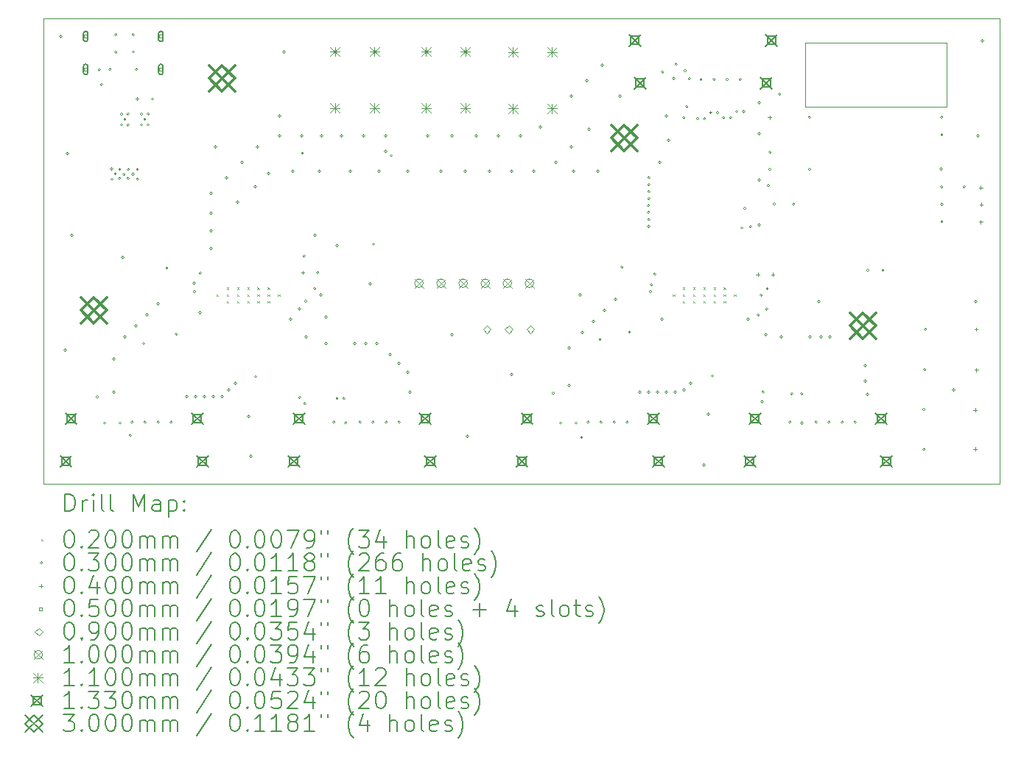
<source format=gbr>
%FSLAX45Y45*%
G04 Gerber Fmt 4.5, Leading zero omitted, Abs format (unit mm)*
G04 Created by KiCad (PCBNEW (6.0.6)) date 2022-07-25 23:31:58*
%MOMM*%
%LPD*%
G01*
G04 APERTURE LIST*
%TA.AperFunction,Profile*%
%ADD10C,0.100000*%
%TD*%
%ADD11C,0.200000*%
%ADD12C,0.020000*%
%ADD13C,0.030000*%
%ADD14C,0.040000*%
%ADD15C,0.050000*%
%ADD16C,0.090000*%
%ADD17C,0.100000*%
%ADD18C,0.110000*%
%ADD19C,0.133000*%
%ADD20C,0.300000*%
G04 APERTURE END LIST*
D10*
X11963400Y-2006600D02*
X10337800Y-2006600D01*
X10337800Y-2006600D02*
X10337800Y-2743200D01*
X10337800Y-2743200D02*
X11963400Y-2743200D01*
X11963400Y-2743200D02*
X11963400Y-2006600D01*
X12569000Y-7075000D02*
X1576000Y-7075000D01*
X1576000Y-7075000D02*
X1576000Y-1720000D01*
X1576000Y-1720000D02*
X12569000Y-1720000D01*
X12569000Y-1720000D02*
X12569000Y-7075000D01*
D11*
D12*
X3569950Y-4895750D02*
X3589950Y-4915750D01*
X3589950Y-4895750D02*
X3569950Y-4915750D01*
X3688450Y-4818250D02*
X3708450Y-4838250D01*
X3708450Y-4818250D02*
X3688450Y-4838250D01*
X3688450Y-4895750D02*
X3708450Y-4915750D01*
X3708450Y-4895750D02*
X3688450Y-4915750D01*
X3688450Y-4973250D02*
X3708450Y-4993250D01*
X3708450Y-4973250D02*
X3688450Y-4993250D01*
X3805450Y-4818250D02*
X3825450Y-4838250D01*
X3825450Y-4818250D02*
X3805450Y-4838250D01*
X3805450Y-4895750D02*
X3825450Y-4915750D01*
X3825450Y-4895750D02*
X3805450Y-4915750D01*
X3805450Y-4973250D02*
X3825450Y-4993250D01*
X3825450Y-4973250D02*
X3805450Y-4993250D01*
X3922450Y-4818250D02*
X3942450Y-4838250D01*
X3942450Y-4818250D02*
X3922450Y-4838250D01*
X3922450Y-4895750D02*
X3942450Y-4915750D01*
X3942450Y-4895750D02*
X3922450Y-4915750D01*
X3922450Y-4973250D02*
X3942450Y-4993250D01*
X3942450Y-4973250D02*
X3922450Y-4993250D01*
X4039450Y-4818250D02*
X4059450Y-4838250D01*
X4059450Y-4818250D02*
X4039450Y-4838250D01*
X4039450Y-4895750D02*
X4059450Y-4915750D01*
X4059450Y-4895750D02*
X4039450Y-4915750D01*
X4039450Y-4973250D02*
X4059450Y-4993250D01*
X4059450Y-4973250D02*
X4039450Y-4993250D01*
X4156450Y-4818250D02*
X4176450Y-4838250D01*
X4176450Y-4818250D02*
X4156450Y-4838250D01*
X4156450Y-4895750D02*
X4176450Y-4915750D01*
X4176450Y-4895750D02*
X4156450Y-4915750D01*
X4156450Y-4973250D02*
X4176450Y-4993250D01*
X4176450Y-4973250D02*
X4156450Y-4993250D01*
X4274950Y-4895750D02*
X4294950Y-4915750D01*
X4294950Y-4895750D02*
X4274950Y-4915750D01*
X8811875Y-4896000D02*
X8831875Y-4916000D01*
X8831875Y-4896000D02*
X8811875Y-4916000D01*
X8930375Y-4818500D02*
X8950375Y-4838500D01*
X8950375Y-4818500D02*
X8930375Y-4838500D01*
X8930375Y-4896000D02*
X8950375Y-4916000D01*
X8950375Y-4896000D02*
X8930375Y-4916000D01*
X8930375Y-4973500D02*
X8950375Y-4993500D01*
X8950375Y-4973500D02*
X8930375Y-4993500D01*
X9047375Y-4818500D02*
X9067375Y-4838500D01*
X9067375Y-4818500D02*
X9047375Y-4838500D01*
X9047375Y-4896000D02*
X9067375Y-4916000D01*
X9067375Y-4896000D02*
X9047375Y-4916000D01*
X9047375Y-4973500D02*
X9067375Y-4993500D01*
X9067375Y-4973500D02*
X9047375Y-4993500D01*
X9164375Y-4818500D02*
X9184375Y-4838500D01*
X9184375Y-4818500D02*
X9164375Y-4838500D01*
X9164375Y-4896000D02*
X9184375Y-4916000D01*
X9184375Y-4896000D02*
X9164375Y-4916000D01*
X9164375Y-4973500D02*
X9184375Y-4993500D01*
X9184375Y-4973500D02*
X9164375Y-4993500D01*
X9281375Y-4818500D02*
X9301375Y-4838500D01*
X9301375Y-4818500D02*
X9281375Y-4838500D01*
X9281375Y-4896000D02*
X9301375Y-4916000D01*
X9301375Y-4896000D02*
X9281375Y-4916000D01*
X9281375Y-4973500D02*
X9301375Y-4993500D01*
X9301375Y-4973500D02*
X9281375Y-4993500D01*
X9398375Y-4818500D02*
X9418375Y-4838500D01*
X9418375Y-4818500D02*
X9398375Y-4838500D01*
X9398375Y-4896000D02*
X9418375Y-4916000D01*
X9418375Y-4896000D02*
X9398375Y-4916000D01*
X9398375Y-4973500D02*
X9418375Y-4993500D01*
X9418375Y-4973500D02*
X9398375Y-4993500D01*
X9516875Y-4896000D02*
X9536875Y-4916000D01*
X9536875Y-4896000D02*
X9516875Y-4916000D01*
D13*
X1793000Y-1930400D02*
G75*
G03*
X1793000Y-1930400I-15000J0D01*
G01*
X1843800Y-5537200D02*
G75*
G03*
X1843800Y-5537200I-15000J0D01*
G01*
X1869200Y-3276600D02*
G75*
G03*
X1869200Y-3276600I-15000J0D01*
G01*
X1920000Y-4216400D02*
G75*
G03*
X1920000Y-4216400I-15000J0D01*
G01*
X2212450Y-6075750D02*
G75*
G03*
X2212450Y-6075750I-15000J0D01*
G01*
X2235600Y-2314400D02*
G75*
G03*
X2235600Y-2314400I-15000J0D01*
G01*
X2260600Y-2484400D02*
G75*
G03*
X2260600Y-2484400I-15000J0D01*
G01*
X2298075Y-6376027D02*
G75*
G03*
X2298075Y-6376027I-15000J0D01*
G01*
X2360600Y-2310900D02*
G75*
G03*
X2360600Y-2310900I-15000J0D01*
G01*
X2379600Y-3454400D02*
G75*
G03*
X2379600Y-3454400I-15000J0D01*
G01*
X2382600Y-3574400D02*
G75*
G03*
X2382600Y-3574400I-15000J0D01*
G01*
X2402600Y-5638800D02*
G75*
G03*
X2402600Y-5638800I-15000J0D01*
G01*
X2402600Y-6019800D02*
G75*
G03*
X2402600Y-6019800I-15000J0D01*
G01*
X2420600Y-3511400D02*
G75*
G03*
X2420600Y-3511400I-15000J0D01*
G01*
X2428600Y-1912400D02*
G75*
G03*
X2428600Y-1912400I-15000J0D01*
G01*
X2428600Y-2111400D02*
G75*
G03*
X2428600Y-2111400I-15000J0D01*
G01*
X2469600Y-3561400D02*
G75*
G03*
X2469600Y-3561400I-15000J0D01*
G01*
X2472600Y-3460400D02*
G75*
G03*
X2472600Y-3460400I-15000J0D01*
G01*
X2476975Y-6376027D02*
G75*
G03*
X2476975Y-6376027I-15000J0D01*
G01*
X2492600Y-2823400D02*
G75*
G03*
X2492600Y-2823400I-15000J0D01*
G01*
X2492600Y-2946400D02*
G75*
G03*
X2492600Y-2946400I-15000J0D01*
G01*
X2504200Y-4470400D02*
G75*
G03*
X2504200Y-4470400I-15000J0D01*
G01*
X2520600Y-3515400D02*
G75*
G03*
X2520600Y-3515400I-15000J0D01*
G01*
X2529600Y-5384800D02*
G75*
G03*
X2529600Y-5384800I-15000J0D01*
G01*
X2530600Y-2885400D02*
G75*
G03*
X2530600Y-2885400I-15000J0D01*
G01*
X2566600Y-2823400D02*
G75*
G03*
X2566600Y-2823400I-15000J0D01*
G01*
X2567600Y-2948400D02*
G75*
G03*
X2567600Y-2948400I-15000J0D01*
G01*
X2567600Y-3564400D02*
G75*
G03*
X2567600Y-3564400I-15000J0D01*
G01*
X2572600Y-3461400D02*
G75*
G03*
X2572600Y-3461400I-15000J0D01*
G01*
X2592450Y-6517750D02*
G75*
G03*
X2592450Y-6517750I-15000J0D01*
G01*
X2612525Y-6366137D02*
G75*
G03*
X2612525Y-6366137I-15000J0D01*
G01*
X2623600Y-3515400D02*
G75*
G03*
X2623600Y-3515400I-15000J0D01*
G01*
X2625600Y-1912400D02*
G75*
G03*
X2625600Y-1912400I-15000J0D01*
G01*
X2627600Y-2110400D02*
G75*
G03*
X2627600Y-2110400I-15000J0D01*
G01*
X2656600Y-5257800D02*
G75*
G03*
X2656600Y-5257800I-15000J0D01*
G01*
X2664600Y-2310900D02*
G75*
G03*
X2664600Y-2310900I-15000J0D01*
G01*
X2673600Y-3459400D02*
G75*
G03*
X2673600Y-3459400I-15000J0D01*
G01*
X2674350Y-2651400D02*
G75*
G03*
X2674350Y-2651400I-15000J0D01*
G01*
X2675600Y-3571400D02*
G75*
G03*
X2675600Y-3571400I-15000J0D01*
G01*
X2720100Y-2824480D02*
G75*
G03*
X2720100Y-2824480I-15000J0D01*
G01*
X2722600Y-2947400D02*
G75*
G03*
X2722600Y-2947400I-15000J0D01*
G01*
X2746523Y-5460823D02*
G75*
G03*
X2746523Y-5460823I-15000J0D01*
G01*
X2759600Y-2884400D02*
G75*
G03*
X2759600Y-2884400I-15000J0D01*
G01*
X2762525Y-6366137D02*
G75*
G03*
X2762525Y-6366137I-15000J0D01*
G01*
X2783600Y-5130800D02*
G75*
G03*
X2783600Y-5130800I-15000J0D01*
G01*
X2797600Y-2822400D02*
G75*
G03*
X2797600Y-2822400I-15000J0D01*
G01*
X2797600Y-2947400D02*
G75*
G03*
X2797600Y-2947400I-15000J0D01*
G01*
X2846850Y-2651400D02*
G75*
G03*
X2846850Y-2651400I-15000J0D01*
G01*
X2910600Y-5003800D02*
G75*
G03*
X2910600Y-5003800I-15000J0D01*
G01*
X2912526Y-6366138D02*
G75*
G03*
X2912526Y-6366138I-15000J0D01*
G01*
X3014000Y-4593000D02*
G75*
G03*
X3014000Y-4593000I-15000J0D01*
G01*
X3062528Y-6366140D02*
G75*
G03*
X3062528Y-6366140I-15000J0D01*
G01*
X3122000Y-5355000D02*
G75*
G03*
X3122000Y-5355000I-15000J0D01*
G01*
X3240800Y-6070600D02*
G75*
G03*
X3240800Y-6070600I-15000J0D01*
G01*
X3325450Y-4767750D02*
G75*
G03*
X3325450Y-4767750I-15000J0D01*
G01*
X3331450Y-4866300D02*
G75*
G03*
X3331450Y-4866300I-15000J0D01*
G01*
X3342400Y-6070600D02*
G75*
G03*
X3342400Y-6070600I-15000J0D01*
G01*
X3393200Y-5105400D02*
G75*
G03*
X3393200Y-5105400I-15000J0D01*
G01*
X3395375Y-4652000D02*
G75*
G03*
X3395375Y-4652000I-15000J0D01*
G01*
X3444000Y-6070600D02*
G75*
G03*
X3444000Y-6070600I-15000J0D01*
G01*
X3520200Y-3733800D02*
G75*
G03*
X3520200Y-3733800I-15000J0D01*
G01*
X3520200Y-3962400D02*
G75*
G03*
X3520200Y-3962400I-15000J0D01*
G01*
X3520200Y-4165600D02*
G75*
G03*
X3520200Y-4165600I-15000J0D01*
G01*
X3520200Y-4368800D02*
G75*
G03*
X3520200Y-4368800I-15000J0D01*
G01*
X3545600Y-6070600D02*
G75*
G03*
X3545600Y-6070600I-15000J0D01*
G01*
X3571000Y-3200400D02*
G75*
G03*
X3571000Y-3200400I-15000J0D01*
G01*
X3647200Y-6070600D02*
G75*
G03*
X3647200Y-6070600I-15000J0D01*
G01*
X3698000Y-3556000D02*
G75*
G03*
X3698000Y-3556000I-15000J0D01*
G01*
X3723400Y-5994400D02*
G75*
G03*
X3723400Y-5994400I-15000J0D01*
G01*
X3799600Y-5918200D02*
G75*
G03*
X3799600Y-5918200I-15000J0D01*
G01*
X3825000Y-3835400D02*
G75*
G03*
X3825000Y-3835400I-15000J0D01*
G01*
X3875800Y-3378200D02*
G75*
G03*
X3875800Y-3378200I-15000J0D01*
G01*
X3952000Y-6299200D02*
G75*
G03*
X3952000Y-6299200I-15000J0D01*
G01*
X3977400Y-6756400D02*
G75*
G03*
X3977400Y-6756400I-15000J0D01*
G01*
X4028200Y-3657600D02*
G75*
G03*
X4028200Y-3657600I-15000J0D01*
G01*
X4033450Y-5843750D02*
G75*
G03*
X4033450Y-5843750I-15000J0D01*
G01*
X4053600Y-3200400D02*
G75*
G03*
X4053600Y-3200400I-15000J0D01*
G01*
X4180600Y-3505200D02*
G75*
G03*
X4180600Y-3505200I-15000J0D01*
G01*
X4307600Y-2844800D02*
G75*
G03*
X4307600Y-2844800I-15000J0D01*
G01*
X4307600Y-3073400D02*
G75*
G03*
X4307600Y-3073400I-15000J0D01*
G01*
X4358400Y-2108200D02*
G75*
G03*
X4358400Y-2108200I-15000J0D01*
G01*
X4434600Y-5181600D02*
G75*
G03*
X4434600Y-5181600I-15000J0D01*
G01*
X4460000Y-3479800D02*
G75*
G03*
X4460000Y-3479800I-15000J0D01*
G01*
X4536450Y-5063750D02*
G75*
G03*
X4536450Y-5063750I-15000J0D01*
G01*
X4539450Y-6080750D02*
G75*
G03*
X4539450Y-6080750I-15000J0D01*
G01*
X4561600Y-3073400D02*
G75*
G03*
X4561600Y-3073400I-15000J0D01*
G01*
X4572000Y-3274000D02*
G75*
G03*
X4572000Y-3274000I-15000J0D01*
G01*
X4590375Y-4456000D02*
G75*
G03*
X4590375Y-4456000I-15000J0D01*
G01*
X4599450Y-6155750D02*
G75*
G03*
X4599450Y-6155750I-15000J0D01*
G01*
X4608450Y-4974750D02*
G75*
G03*
X4608450Y-4974750I-15000J0D01*
G01*
X4612400Y-5384800D02*
G75*
G03*
X4612400Y-5384800I-15000J0D01*
G01*
X4712450Y-4829750D02*
G75*
G03*
X4712450Y-4829750I-15000J0D01*
G01*
X4714000Y-4216400D02*
G75*
G03*
X4714000Y-4216400I-15000J0D01*
G01*
X4748000Y-4646000D02*
G75*
G03*
X4748000Y-4646000I-15000J0D01*
G01*
X4764800Y-3479800D02*
G75*
G03*
X4764800Y-3479800I-15000J0D01*
G01*
X4784877Y-4903323D02*
G75*
G03*
X4784877Y-4903323I-15000J0D01*
G01*
X4790200Y-3073400D02*
G75*
G03*
X4790200Y-3073400I-15000J0D01*
G01*
X4841000Y-5156200D02*
G75*
G03*
X4841000Y-5156200I-15000J0D01*
G01*
X4841000Y-5461000D02*
G75*
G03*
X4841000Y-5461000I-15000J0D01*
G01*
X4932524Y-6366138D02*
G75*
G03*
X4932524Y-6366138I-15000J0D01*
G01*
X4967450Y-6092750D02*
G75*
G03*
X4967450Y-6092750I-15000J0D01*
G01*
X4970375Y-4337000D02*
G75*
G03*
X4970375Y-4337000I-15000J0D01*
G01*
X5018800Y-3073400D02*
G75*
G03*
X5018800Y-3073400I-15000J0D01*
G01*
X5048657Y-6094251D02*
G75*
G03*
X5048657Y-6094251I-15000J0D01*
G01*
X5068075Y-6376027D02*
G75*
G03*
X5068075Y-6376027I-15000J0D01*
G01*
X5120400Y-3479800D02*
G75*
G03*
X5120400Y-3479800I-15000J0D01*
G01*
X5171200Y-5461000D02*
G75*
G03*
X5171200Y-5461000I-15000J0D01*
G01*
X5232530Y-6366142D02*
G75*
G03*
X5232530Y-6366142I-15000J0D01*
G01*
X5272800Y-3073400D02*
G75*
G03*
X5272800Y-3073400I-15000J0D01*
G01*
X5298200Y-5461000D02*
G75*
G03*
X5298200Y-5461000I-15000J0D01*
G01*
X5349000Y-4775200D02*
G75*
G03*
X5349000Y-4775200I-15000J0D01*
G01*
X5382531Y-6366143D02*
G75*
G03*
X5382531Y-6366143I-15000J0D01*
G01*
X5388375Y-4320000D02*
G75*
G03*
X5388375Y-4320000I-15000J0D01*
G01*
X5425200Y-5461000D02*
G75*
G03*
X5425200Y-5461000I-15000J0D01*
G01*
X5450600Y-3479800D02*
G75*
G03*
X5450600Y-3479800I-15000J0D01*
G01*
X5526800Y-3073400D02*
G75*
G03*
X5526800Y-3073400I-15000J0D01*
G01*
X5527375Y-3252550D02*
G75*
G03*
X5527375Y-3252550I-15000J0D01*
G01*
X5532525Y-6366137D02*
G75*
G03*
X5532525Y-6366137I-15000J0D01*
G01*
X5577600Y-5588000D02*
G75*
G03*
X5577600Y-5588000I-15000J0D01*
G01*
X5591375Y-3301550D02*
G75*
G03*
X5591375Y-3301550I-15000J0D01*
G01*
X5679200Y-5689600D02*
G75*
G03*
X5679200Y-5689600I-15000J0D01*
G01*
X5682525Y-6366137D02*
G75*
G03*
X5682525Y-6366137I-15000J0D01*
G01*
X5780800Y-3479800D02*
G75*
G03*
X5780800Y-3479800I-15000J0D01*
G01*
X5780800Y-5791200D02*
G75*
G03*
X5780800Y-5791200I-15000J0D01*
G01*
X5806200Y-6019800D02*
G75*
G03*
X5806200Y-6019800I-15000J0D01*
G01*
X6009400Y-3073400D02*
G75*
G03*
X6009400Y-3073400I-15000J0D01*
G01*
X6161800Y-3479800D02*
G75*
G03*
X6161800Y-3479800I-15000J0D01*
G01*
X6288800Y-3073400D02*
G75*
G03*
X6288800Y-3073400I-15000J0D01*
G01*
X6288800Y-5359400D02*
G75*
G03*
X6288800Y-5359400I-15000J0D01*
G01*
X6441200Y-3479800D02*
G75*
G03*
X6441200Y-3479800I-15000J0D01*
G01*
X6466600Y-6527800D02*
G75*
G03*
X6466600Y-6527800I-15000J0D01*
G01*
X6568200Y-3073400D02*
G75*
G03*
X6568200Y-3073400I-15000J0D01*
G01*
X6720600Y-3479800D02*
G75*
G03*
X6720600Y-3479800I-15000J0D01*
G01*
X6822200Y-3073400D02*
G75*
G03*
X6822200Y-3073400I-15000J0D01*
G01*
X6974600Y-3479800D02*
G75*
G03*
X6974600Y-3479800I-15000J0D01*
G01*
X6974600Y-5816600D02*
G75*
G03*
X6974600Y-5816600I-15000J0D01*
G01*
X7076200Y-3073400D02*
G75*
G03*
X7076200Y-3073400I-15000J0D01*
G01*
X7228600Y-3479800D02*
G75*
G03*
X7228600Y-3479800I-15000J0D01*
G01*
X7304800Y-2971800D02*
G75*
G03*
X7304800Y-2971800I-15000J0D01*
G01*
X7453450Y-6034750D02*
G75*
G03*
X7453450Y-6034750I-15000J0D01*
G01*
X7482600Y-3378200D02*
G75*
G03*
X7482600Y-3378200I-15000J0D01*
G01*
X7539000Y-6376277D02*
G75*
G03*
X7539000Y-6376277I-15000J0D01*
G01*
X7635000Y-5511800D02*
G75*
G03*
X7635000Y-5511800I-15000J0D01*
G01*
X7635000Y-5943600D02*
G75*
G03*
X7635000Y-5943600I-15000J0D01*
G01*
X7660400Y-2616200D02*
G75*
G03*
X7660400Y-2616200I-15000J0D01*
G01*
X7660400Y-3200400D02*
G75*
G03*
X7660400Y-3200400I-15000J0D01*
G01*
X7685800Y-3479800D02*
G75*
G03*
X7685800Y-3479800I-15000J0D01*
G01*
X7717900Y-6376277D02*
G75*
G03*
X7717900Y-6376277I-15000J0D01*
G01*
X7762000Y-4902200D02*
G75*
G03*
X7762000Y-4902200I-15000J0D01*
G01*
X7780450Y-6541750D02*
G75*
G03*
X7780450Y-6541750I-15000J0D01*
G01*
X7787400Y-5334000D02*
G75*
G03*
X7787400Y-5334000I-15000J0D01*
G01*
X7838200Y-2438400D02*
G75*
G03*
X7838200Y-2438400I-15000J0D01*
G01*
X7853447Y-6366390D02*
G75*
G03*
X7853447Y-6366390I-15000J0D01*
G01*
X7863600Y-2997200D02*
G75*
G03*
X7863600Y-2997200I-15000J0D01*
G01*
X7914400Y-5207000D02*
G75*
G03*
X7914400Y-5207000I-15000J0D01*
G01*
X7965200Y-3479800D02*
G75*
G03*
X7965200Y-3479800I-15000J0D01*
G01*
X7990023Y-5415323D02*
G75*
G03*
X7990023Y-5415323I-15000J0D01*
G01*
X8003447Y-6366390D02*
G75*
G03*
X8003447Y-6366390I-15000J0D01*
G01*
X8016000Y-2260600D02*
G75*
G03*
X8016000Y-2260600I-15000J0D01*
G01*
X8041400Y-5080000D02*
G75*
G03*
X8041400Y-5080000I-15000J0D01*
G01*
X8153445Y-6366392D02*
G75*
G03*
X8153445Y-6366392I-15000J0D01*
G01*
X8168400Y-4953000D02*
G75*
G03*
X8168400Y-4953000I-15000J0D01*
G01*
X8219200Y-2616200D02*
G75*
G03*
X8219200Y-2616200I-15000J0D01*
G01*
X8244000Y-4585000D02*
G75*
G03*
X8244000Y-4585000I-15000J0D01*
G01*
X8303454Y-6366392D02*
G75*
G03*
X8303454Y-6366392I-15000J0D01*
G01*
X8332000Y-5331000D02*
G75*
G03*
X8332000Y-5331000I-15000J0D01*
G01*
X8447800Y-6019800D02*
G75*
G03*
X8447800Y-6019800I-15000J0D01*
G01*
X8548375Y-3875400D02*
G75*
G03*
X8548375Y-3875400I-15000J0D01*
G01*
X8548375Y-3954600D02*
G75*
G03*
X8548375Y-3954600I-15000J0D01*
G01*
X8549400Y-6019800D02*
G75*
G03*
X8549400Y-6019800I-15000J0D01*
G01*
X8551375Y-4037400D02*
G75*
G03*
X8551375Y-4037400I-15000J0D01*
G01*
X8551375Y-4116600D02*
G75*
G03*
X8551375Y-4116600I-15000J0D01*
G01*
X8552375Y-3715400D02*
G75*
G03*
X8552375Y-3715400I-15000J0D01*
G01*
X8552375Y-3794600D02*
G75*
G03*
X8552375Y-3794600I-15000J0D01*
G01*
X8553468Y-3556255D02*
G75*
G03*
X8553468Y-3556255I-15000J0D01*
G01*
X8553468Y-3635455D02*
G75*
G03*
X8553468Y-3635455I-15000J0D01*
G01*
X8571450Y-4866550D02*
G75*
G03*
X8571450Y-4866550I-15000J0D01*
G01*
X8583699Y-4787544D02*
G75*
G03*
X8583699Y-4787544I-15000J0D01*
G01*
X8620375Y-4664000D02*
G75*
G03*
X8620375Y-4664000I-15000J0D01*
G01*
X8651000Y-6019800D02*
G75*
G03*
X8651000Y-6019800I-15000J0D01*
G01*
X8676400Y-3378200D02*
G75*
G03*
X8676400Y-3378200I-15000J0D01*
G01*
X8701800Y-5181600D02*
G75*
G03*
X8701800Y-5181600I-15000J0D01*
G01*
X8709375Y-2340000D02*
G75*
G03*
X8709375Y-2340000I-15000J0D01*
G01*
X8752600Y-2844800D02*
G75*
G03*
X8752600Y-2844800I-15000J0D01*
G01*
X8752600Y-6019800D02*
G75*
G03*
X8752600Y-6019800I-15000J0D01*
G01*
X8778000Y-3124200D02*
G75*
G03*
X8778000Y-3124200I-15000J0D01*
G01*
X8838000Y-2415723D02*
G75*
G03*
X8838000Y-2415723I-15000J0D01*
G01*
X8854200Y-6019800D02*
G75*
G03*
X8854200Y-6019800I-15000J0D01*
G01*
X8867375Y-2251450D02*
G75*
G03*
X8867375Y-2251450I-15000J0D01*
G01*
X8953825Y-2865073D02*
G75*
G03*
X8953825Y-2865073I-15000J0D01*
G01*
X8955800Y-5994400D02*
G75*
G03*
X8955800Y-5994400I-15000J0D01*
G01*
X8968748Y-2323773D02*
G75*
G03*
X8968748Y-2323773I-15000J0D01*
G01*
X8987375Y-2738000D02*
G75*
G03*
X8987375Y-2738000I-15000J0D01*
G01*
X9016900Y-2415723D02*
G75*
G03*
X9016900Y-2415723I-15000J0D01*
G01*
X9032000Y-5918200D02*
G75*
G03*
X9032000Y-5918200I-15000J0D01*
G01*
X9112850Y-2876000D02*
G75*
G03*
X9112850Y-2876000I-15000J0D01*
G01*
X9152454Y-2425608D02*
G75*
G03*
X9152454Y-2425608I-15000J0D01*
G01*
X9184400Y-6858000D02*
G75*
G03*
X9184400Y-6858000I-15000J0D01*
G01*
X9192050Y-2876000D02*
G75*
G03*
X9192050Y-2876000I-15000J0D01*
G01*
X9235200Y-6273800D02*
G75*
G03*
X9235200Y-6273800I-15000J0D01*
G01*
X9262850Y-2806887D02*
G75*
G03*
X9262850Y-2806887I-15000J0D01*
G01*
X9282023Y-5834177D02*
G75*
G03*
X9282023Y-5834177I-15000J0D01*
G01*
X9302455Y-2425608D02*
G75*
G03*
X9302455Y-2425608I-15000J0D01*
G01*
X9342050Y-2806887D02*
G75*
G03*
X9342050Y-2806887I-15000J0D01*
G01*
X9412850Y-2865000D02*
G75*
G03*
X9412850Y-2865000I-15000J0D01*
G01*
X9452455Y-2425608D02*
G75*
G03*
X9452455Y-2425608I-15000J0D01*
G01*
X9492050Y-2865000D02*
G75*
G03*
X9492050Y-2865000I-15000J0D01*
G01*
X9562850Y-2794000D02*
G75*
G03*
X9562850Y-2794000I-15000J0D01*
G01*
X9602454Y-2425609D02*
G75*
G03*
X9602454Y-2425609I-15000J0D01*
G01*
X9621375Y-4134000D02*
G75*
G03*
X9621375Y-4134000I-15000J0D01*
G01*
X9642050Y-2794000D02*
G75*
G03*
X9642050Y-2794000I-15000J0D01*
G01*
X9655925Y-3908318D02*
G75*
G03*
X9655925Y-3908318I-15000J0D01*
G01*
X9692400Y-5181600D02*
G75*
G03*
X9692400Y-5181600I-15000J0D01*
G01*
X9720375Y-4119000D02*
G75*
G03*
X9720375Y-4119000I-15000J0D01*
G01*
X9810450Y-5134750D02*
G75*
G03*
X9810450Y-5134750I-15000J0D01*
G01*
X9819400Y-2692400D02*
G75*
G03*
X9819400Y-2692400I-15000J0D01*
G01*
X9819400Y-3048000D02*
G75*
G03*
X9819400Y-3048000I-15000J0D01*
G01*
X9819400Y-3581400D02*
G75*
G03*
X9819400Y-3581400I-15000J0D01*
G01*
X9820216Y-4099841D02*
G75*
G03*
X9820216Y-4099841I-15000J0D01*
G01*
X9845227Y-4905450D02*
G75*
G03*
X9845227Y-4905450I-15000J0D01*
G01*
X9854450Y-6130750D02*
G75*
G03*
X9854450Y-6130750I-15000J0D01*
G01*
X9866450Y-6018750D02*
G75*
G03*
X9866450Y-6018750I-15000J0D01*
G01*
X9895600Y-5359400D02*
G75*
G03*
X9895600Y-5359400I-15000J0D01*
G01*
X9907450Y-5067750D02*
G75*
G03*
X9907450Y-5067750I-15000J0D01*
G01*
X9913450Y-4830750D02*
G75*
G03*
X9913450Y-4830750I-15000J0D01*
G01*
X9927194Y-3645818D02*
G75*
G03*
X9927194Y-3645818I-15000J0D01*
G01*
X9943000Y-3460000D02*
G75*
G03*
X9943000Y-3460000I-15000J0D01*
G01*
X9945000Y-3261000D02*
G75*
G03*
X9945000Y-3261000I-15000J0D01*
G01*
X9993000Y-3858000D02*
G75*
G03*
X9993000Y-3858000I-15000J0D01*
G01*
X10054375Y-2593000D02*
G75*
G03*
X10054375Y-2593000I-15000J0D01*
G01*
X10073400Y-5384800D02*
G75*
G03*
X10073400Y-5384800I-15000J0D01*
G01*
X10173450Y-6366388D02*
G75*
G03*
X10173450Y-6366388I-15000J0D01*
G01*
X10194450Y-6040750D02*
G75*
G03*
X10194450Y-6040750I-15000J0D01*
G01*
X10216375Y-3861000D02*
G75*
G03*
X10216375Y-3861000I-15000J0D01*
G01*
X10309450Y-6040750D02*
G75*
G03*
X10309450Y-6040750I-15000J0D01*
G01*
X10310000Y-6376277D02*
G75*
G03*
X10310000Y-6376277I-15000J0D01*
G01*
X10399625Y-2861000D02*
G75*
G03*
X10399625Y-2861000I-15000J0D01*
G01*
X10399625Y-3461000D02*
G75*
G03*
X10399625Y-3461000I-15000J0D01*
G01*
X10403600Y-5384800D02*
G75*
G03*
X10403600Y-5384800I-15000J0D01*
G01*
X10473456Y-6366393D02*
G75*
G03*
X10473456Y-6366393I-15000J0D01*
G01*
X10505200Y-4978400D02*
G75*
G03*
X10505200Y-4978400I-15000J0D01*
G01*
X10530600Y-5384800D02*
G75*
G03*
X10530600Y-5384800I-15000J0D01*
G01*
X10623455Y-6366392D02*
G75*
G03*
X10623455Y-6366392I-15000J0D01*
G01*
X10632200Y-5384800D02*
G75*
G03*
X10632200Y-5384800I-15000J0D01*
G01*
X10773450Y-6366387D02*
G75*
G03*
X10773450Y-6366387I-15000J0D01*
G01*
X10923450Y-6366387D02*
G75*
G03*
X10923450Y-6366387I-15000J0D01*
G01*
X11038600Y-5715000D02*
G75*
G03*
X11038600Y-5715000I-15000J0D01*
G01*
X11038600Y-5892800D02*
G75*
G03*
X11038600Y-5892800I-15000J0D01*
G01*
X11064000Y-6045200D02*
G75*
G03*
X11064000Y-6045200I-15000J0D01*
G01*
X11069750Y-4620000D02*
G75*
G03*
X11069750Y-4620000I-15000J0D01*
G01*
X11242250Y-4620000D02*
G75*
G03*
X11242250Y-4620000I-15000J0D01*
G01*
X11714125Y-6220000D02*
G75*
G03*
X11714125Y-6220000I-15000J0D01*
G01*
X11714125Y-6680000D02*
G75*
G03*
X11714125Y-6680000I-15000J0D01*
G01*
X11724375Y-5760000D02*
G75*
G03*
X11724375Y-5760000I-15000J0D01*
G01*
X11730375Y-5299000D02*
G75*
G03*
X11730375Y-5299000I-15000J0D01*
G01*
X11913375Y-3456000D02*
G75*
G03*
X11913375Y-3456000I-15000J0D01*
G01*
X11919625Y-2861000D02*
G75*
G03*
X11919625Y-2861000I-15000J0D01*
G01*
X11919625Y-3061000D02*
G75*
G03*
X11919625Y-3061000I-15000J0D01*
G01*
X11919625Y-3661000D02*
G75*
G03*
X11919625Y-3661000I-15000J0D01*
G01*
X11919625Y-3861000D02*
G75*
G03*
X11919625Y-3861000I-15000J0D01*
G01*
X11919625Y-4061000D02*
G75*
G03*
X11919625Y-4061000I-15000J0D01*
G01*
X12054600Y-5994400D02*
G75*
G03*
X12054600Y-5994400I-15000J0D01*
G01*
X12174625Y-3661000D02*
G75*
G03*
X12174625Y-3661000I-15000J0D01*
G01*
X12308600Y-4978400D02*
G75*
G03*
X12308600Y-4978400I-15000J0D01*
G01*
X12334000Y-3073400D02*
G75*
G03*
X12334000Y-3073400I-15000J0D01*
G01*
X12384800Y-1981200D02*
G75*
G03*
X12384800Y-1981200I-15000J0D01*
G01*
D14*
X4560750Y-4624000D02*
X4560750Y-4664000D01*
X4540750Y-4644000D02*
X4580750Y-4644000D01*
X9789750Y-4648000D02*
X9789750Y-4688000D01*
X9769750Y-4668000D02*
X9809750Y-4668000D01*
X9925625Y-2842000D02*
X9925625Y-2882000D01*
X9905625Y-2862000D02*
X9945625Y-2862000D01*
X9962000Y-4648000D02*
X9962000Y-4688000D01*
X9942000Y-4668000D02*
X9982000Y-4668000D01*
X12289125Y-6205000D02*
X12289125Y-6245000D01*
X12269125Y-6225000D02*
X12309125Y-6225000D01*
X12289125Y-6653000D02*
X12289125Y-6693000D01*
X12269125Y-6673000D02*
X12309125Y-6673000D01*
X12299125Y-5277000D02*
X12299125Y-5317000D01*
X12279125Y-5297000D02*
X12319125Y-5297000D01*
X12300125Y-5745000D02*
X12300125Y-5785000D01*
X12280125Y-5765000D02*
X12320125Y-5765000D01*
X12352625Y-4042000D02*
X12352625Y-4082000D01*
X12332625Y-4062000D02*
X12372625Y-4062000D01*
X12353625Y-3648000D02*
X12353625Y-3688000D01*
X12333625Y-3668000D02*
X12373625Y-3668000D01*
X12357625Y-3843000D02*
X12357625Y-3883000D01*
X12337625Y-3863000D02*
X12377625Y-3863000D01*
D15*
X2083278Y-1948078D02*
X2083278Y-1912722D01*
X2047922Y-1912722D01*
X2047922Y-1948078D01*
X2083278Y-1948078D01*
D11*
X2040600Y-1895400D02*
X2040600Y-1965400D01*
X2090600Y-1895400D02*
X2090600Y-1965400D01*
X2040600Y-1965400D02*
G75*
G03*
X2090600Y-1965400I25000J0D01*
G01*
X2090600Y-1895400D02*
G75*
G03*
X2040600Y-1895400I-25000J0D01*
G01*
D15*
X2083278Y-2328078D02*
X2083278Y-2292722D01*
X2047922Y-2292722D01*
X2047922Y-2328078D01*
X2083278Y-2328078D01*
D11*
X2040600Y-2275400D02*
X2040600Y-2345400D01*
X2090600Y-2275400D02*
X2090600Y-2345400D01*
X2040600Y-2345400D02*
G75*
G03*
X2090600Y-2345400I25000J0D01*
G01*
X2090600Y-2275400D02*
G75*
G03*
X2040600Y-2275400I-25000J0D01*
G01*
D15*
X2947278Y-1948078D02*
X2947278Y-1912722D01*
X2911922Y-1912722D01*
X2911922Y-1948078D01*
X2947278Y-1948078D01*
D11*
X2904600Y-1895400D02*
X2904600Y-1965400D01*
X2954600Y-1895400D02*
X2954600Y-1965400D01*
X2904600Y-1965400D02*
G75*
G03*
X2954600Y-1965400I25000J0D01*
G01*
X2954600Y-1895400D02*
G75*
G03*
X2904600Y-1895400I-25000J0D01*
G01*
D15*
X2947278Y-2328078D02*
X2947278Y-2292722D01*
X2911922Y-2292722D01*
X2911922Y-2328078D01*
X2947278Y-2328078D01*
D11*
X2904600Y-2275400D02*
X2904600Y-2345400D01*
X2954600Y-2275400D02*
X2954600Y-2345400D01*
X2904600Y-2345400D02*
G75*
G03*
X2954600Y-2345400I25000J0D01*
G01*
X2954600Y-2275400D02*
G75*
G03*
X2904600Y-2275400I-25000J0D01*
G01*
D16*
X6677150Y-5345000D02*
X6722150Y-5300000D01*
X6677150Y-5255000D01*
X6632150Y-5300000D01*
X6677150Y-5345000D01*
X6927150Y-5345000D02*
X6972150Y-5300000D01*
X6927150Y-5255000D01*
X6882150Y-5300000D01*
X6927150Y-5345000D01*
X7177150Y-5345000D02*
X7222150Y-5300000D01*
X7177150Y-5255000D01*
X7132150Y-5300000D01*
X7177150Y-5345000D01*
D17*
X5845000Y-4719000D02*
X5945000Y-4819000D01*
X5945000Y-4719000D02*
X5845000Y-4819000D01*
X5945000Y-4769000D02*
G75*
G03*
X5945000Y-4769000I-50000J0D01*
G01*
X6099000Y-4719000D02*
X6199000Y-4819000D01*
X6199000Y-4719000D02*
X6099000Y-4819000D01*
X6199000Y-4769000D02*
G75*
G03*
X6199000Y-4769000I-50000J0D01*
G01*
X6353000Y-4719000D02*
X6453000Y-4819000D01*
X6453000Y-4719000D02*
X6353000Y-4819000D01*
X6453000Y-4769000D02*
G75*
G03*
X6453000Y-4769000I-50000J0D01*
G01*
X6607000Y-4719000D02*
X6707000Y-4819000D01*
X6707000Y-4719000D02*
X6607000Y-4819000D01*
X6707000Y-4769000D02*
G75*
G03*
X6707000Y-4769000I-50000J0D01*
G01*
X6861000Y-4719000D02*
X6961000Y-4819000D01*
X6961000Y-4719000D02*
X6861000Y-4819000D01*
X6961000Y-4769000D02*
G75*
G03*
X6961000Y-4769000I-50000J0D01*
G01*
X7115000Y-4719000D02*
X7215000Y-4819000D01*
X7215000Y-4719000D02*
X7115000Y-4819000D01*
X7215000Y-4769000D02*
G75*
G03*
X7215000Y-4769000I-50000J0D01*
G01*
D18*
X4877375Y-2050000D02*
X4987375Y-2160000D01*
X4987375Y-2050000D02*
X4877375Y-2160000D01*
X4932375Y-2050000D02*
X4932375Y-2160000D01*
X4877375Y-2105000D02*
X4987375Y-2105000D01*
X4877375Y-2700000D02*
X4987375Y-2810000D01*
X4987375Y-2700000D02*
X4877375Y-2810000D01*
X4932375Y-2700000D02*
X4932375Y-2810000D01*
X4877375Y-2755000D02*
X4987375Y-2755000D01*
X5327375Y-2050000D02*
X5437375Y-2160000D01*
X5437375Y-2050000D02*
X5327375Y-2160000D01*
X5382375Y-2050000D02*
X5382375Y-2160000D01*
X5327375Y-2105000D02*
X5437375Y-2105000D01*
X5327375Y-2700000D02*
X5437375Y-2810000D01*
X5437375Y-2700000D02*
X5327375Y-2810000D01*
X5382375Y-2700000D02*
X5382375Y-2810000D01*
X5327375Y-2755000D02*
X5437375Y-2755000D01*
X5923375Y-2050000D02*
X6033375Y-2160000D01*
X6033375Y-2050000D02*
X5923375Y-2160000D01*
X5978375Y-2050000D02*
X5978375Y-2160000D01*
X5923375Y-2105000D02*
X6033375Y-2105000D01*
X5923375Y-2700000D02*
X6033375Y-2810000D01*
X6033375Y-2700000D02*
X5923375Y-2810000D01*
X5978375Y-2700000D02*
X5978375Y-2810000D01*
X5923375Y-2755000D02*
X6033375Y-2755000D01*
X6373375Y-2050000D02*
X6483375Y-2160000D01*
X6483375Y-2050000D02*
X6373375Y-2160000D01*
X6428375Y-2050000D02*
X6428375Y-2160000D01*
X6373375Y-2105000D02*
X6483375Y-2105000D01*
X6373375Y-2700000D02*
X6483375Y-2810000D01*
X6483375Y-2700000D02*
X6373375Y-2810000D01*
X6428375Y-2700000D02*
X6428375Y-2810000D01*
X6373375Y-2755000D02*
X6483375Y-2755000D01*
X6920375Y-2055000D02*
X7030375Y-2165000D01*
X7030375Y-2055000D02*
X6920375Y-2165000D01*
X6975375Y-2055000D02*
X6975375Y-2165000D01*
X6920375Y-2110000D02*
X7030375Y-2110000D01*
X6920375Y-2705000D02*
X7030375Y-2815000D01*
X7030375Y-2705000D02*
X6920375Y-2815000D01*
X6975375Y-2705000D02*
X6975375Y-2815000D01*
X6920375Y-2760000D02*
X7030375Y-2760000D01*
X7370375Y-2055000D02*
X7480375Y-2165000D01*
X7480375Y-2055000D02*
X7370375Y-2165000D01*
X7425375Y-2055000D02*
X7425375Y-2165000D01*
X7370375Y-2110000D02*
X7480375Y-2110000D01*
X7370375Y-2705000D02*
X7480375Y-2815000D01*
X7480375Y-2705000D02*
X7370375Y-2815000D01*
X7425375Y-2705000D02*
X7425375Y-2815000D01*
X7370375Y-2760000D02*
X7480375Y-2760000D01*
D19*
X1771025Y-6749000D02*
X1904025Y-6882000D01*
X1904025Y-6749000D02*
X1771025Y-6882000D01*
X1884548Y-6862523D02*
X1884548Y-6768477D01*
X1790502Y-6768477D01*
X1790502Y-6862523D01*
X1884548Y-6862523D01*
X1831025Y-6259000D02*
X1964025Y-6392000D01*
X1964025Y-6259000D02*
X1831025Y-6392000D01*
X1944548Y-6372523D02*
X1944548Y-6278477D01*
X1850502Y-6278477D01*
X1850502Y-6372523D01*
X1944548Y-6372523D01*
X3281025Y-6259000D02*
X3414025Y-6392000D01*
X3414025Y-6259000D02*
X3281025Y-6392000D01*
X3394548Y-6372523D02*
X3394548Y-6278477D01*
X3300502Y-6278477D01*
X3300502Y-6372523D01*
X3394548Y-6372523D01*
X3341025Y-6749000D02*
X3474025Y-6882000D01*
X3474025Y-6749000D02*
X3341025Y-6882000D01*
X3454548Y-6862523D02*
X3454548Y-6768477D01*
X3360502Y-6768477D01*
X3360502Y-6862523D01*
X3454548Y-6862523D01*
X4391025Y-6749000D02*
X4524025Y-6882000D01*
X4524025Y-6749000D02*
X4391025Y-6882000D01*
X4504548Y-6862523D02*
X4504548Y-6768477D01*
X4410502Y-6768477D01*
X4410502Y-6862523D01*
X4504548Y-6862523D01*
X4451025Y-6259000D02*
X4584025Y-6392000D01*
X4584025Y-6259000D02*
X4451025Y-6392000D01*
X4564548Y-6372523D02*
X4564548Y-6278477D01*
X4470502Y-6278477D01*
X4470502Y-6372523D01*
X4564548Y-6372523D01*
X5901025Y-6259000D02*
X6034025Y-6392000D01*
X6034025Y-6259000D02*
X5901025Y-6392000D01*
X6014548Y-6372523D02*
X6014548Y-6278477D01*
X5920502Y-6278477D01*
X5920502Y-6372523D01*
X6014548Y-6372523D01*
X5961025Y-6749000D02*
X6094025Y-6882000D01*
X6094025Y-6749000D02*
X5961025Y-6882000D01*
X6074548Y-6862523D02*
X6074548Y-6768477D01*
X5980502Y-6768477D01*
X5980502Y-6862523D01*
X6074548Y-6862523D01*
X7011950Y-6749250D02*
X7144950Y-6882250D01*
X7144950Y-6749250D02*
X7011950Y-6882250D01*
X7125473Y-6862773D02*
X7125473Y-6768727D01*
X7031427Y-6768727D01*
X7031427Y-6862773D01*
X7125473Y-6862773D01*
X7071950Y-6259250D02*
X7204950Y-6392250D01*
X7204950Y-6259250D02*
X7071950Y-6392250D01*
X7185473Y-6372773D02*
X7185473Y-6278727D01*
X7091427Y-6278727D01*
X7091427Y-6372773D01*
X7185473Y-6372773D01*
X8310950Y-1909750D02*
X8443950Y-2042750D01*
X8443950Y-1909750D02*
X8310950Y-2042750D01*
X8424473Y-2023273D02*
X8424473Y-1929227D01*
X8330427Y-1929227D01*
X8330427Y-2023273D01*
X8424473Y-2023273D01*
X8370950Y-2399750D02*
X8503950Y-2532750D01*
X8503950Y-2399750D02*
X8370950Y-2532750D01*
X8484473Y-2513273D02*
X8484473Y-2419227D01*
X8390427Y-2419227D01*
X8390427Y-2513273D01*
X8484473Y-2513273D01*
X8521950Y-6259250D02*
X8654950Y-6392250D01*
X8654950Y-6259250D02*
X8521950Y-6392250D01*
X8635473Y-6372773D02*
X8635473Y-6278727D01*
X8541427Y-6278727D01*
X8541427Y-6372773D01*
X8635473Y-6372773D01*
X8581950Y-6749250D02*
X8714950Y-6882250D01*
X8714950Y-6749250D02*
X8581950Y-6882250D01*
X8695473Y-6862773D02*
X8695473Y-6768727D01*
X8601427Y-6768727D01*
X8601427Y-6862773D01*
X8695473Y-6862773D01*
X9631950Y-6749250D02*
X9764950Y-6882250D01*
X9764950Y-6749250D02*
X9631950Y-6882250D01*
X9745473Y-6862773D02*
X9745473Y-6768727D01*
X9651427Y-6768727D01*
X9651427Y-6862773D01*
X9745473Y-6862773D01*
X9691950Y-6259250D02*
X9824950Y-6392250D01*
X9824950Y-6259250D02*
X9691950Y-6392250D01*
X9805473Y-6372773D02*
X9805473Y-6278727D01*
X9711427Y-6278727D01*
X9711427Y-6372773D01*
X9805473Y-6372773D01*
X9820950Y-2399750D02*
X9953950Y-2532750D01*
X9953950Y-2399750D02*
X9820950Y-2532750D01*
X9934473Y-2513273D02*
X9934473Y-2419227D01*
X9840427Y-2419227D01*
X9840427Y-2513273D01*
X9934473Y-2513273D01*
X9880950Y-1909750D02*
X10013950Y-2042750D01*
X10013950Y-1909750D02*
X9880950Y-2042750D01*
X9994473Y-2023273D02*
X9994473Y-1929227D01*
X9900427Y-1929227D01*
X9900427Y-2023273D01*
X9994473Y-2023273D01*
X11141950Y-6259250D02*
X11274950Y-6392250D01*
X11274950Y-6259250D02*
X11141950Y-6392250D01*
X11255473Y-6372773D02*
X11255473Y-6278727D01*
X11161427Y-6278727D01*
X11161427Y-6372773D01*
X11255473Y-6372773D01*
X11201950Y-6749250D02*
X11334950Y-6882250D01*
X11334950Y-6749250D02*
X11201950Y-6882250D01*
X11315473Y-6862773D02*
X11315473Y-6768727D01*
X11221427Y-6768727D01*
X11221427Y-6862773D01*
X11315473Y-6862773D01*
D20*
X2009000Y-4930000D02*
X2309000Y-5230000D01*
X2309000Y-4930000D02*
X2009000Y-5230000D01*
X2159000Y-5230000D02*
X2309000Y-5080000D01*
X2159000Y-4930000D01*
X2009000Y-5080000D01*
X2159000Y-5230000D01*
X3482200Y-2263000D02*
X3782200Y-2563000D01*
X3782200Y-2263000D02*
X3482200Y-2563000D01*
X3632200Y-2563000D02*
X3782200Y-2413000D01*
X3632200Y-2263000D01*
X3482200Y-2413000D01*
X3632200Y-2563000D01*
X8105000Y-2948800D02*
X8405000Y-3248800D01*
X8405000Y-2948800D02*
X8105000Y-3248800D01*
X8255000Y-3248800D02*
X8405000Y-3098800D01*
X8255000Y-2948800D01*
X8105000Y-3098800D01*
X8255000Y-3248800D01*
X10848200Y-5107800D02*
X11148200Y-5407800D01*
X11148200Y-5107800D02*
X10848200Y-5407800D01*
X10998200Y-5407800D02*
X11148200Y-5257800D01*
X10998200Y-5107800D01*
X10848200Y-5257800D01*
X10998200Y-5407800D01*
D11*
X1828619Y-7390476D02*
X1828619Y-7190476D01*
X1876238Y-7190476D01*
X1904809Y-7200000D01*
X1923857Y-7219048D01*
X1933381Y-7238095D01*
X1942905Y-7276190D01*
X1942905Y-7304762D01*
X1933381Y-7342857D01*
X1923857Y-7361905D01*
X1904809Y-7380952D01*
X1876238Y-7390476D01*
X1828619Y-7390476D01*
X2028619Y-7390476D02*
X2028619Y-7257143D01*
X2028619Y-7295238D02*
X2038143Y-7276190D01*
X2047667Y-7266667D01*
X2066714Y-7257143D01*
X2085762Y-7257143D01*
X2152429Y-7390476D02*
X2152429Y-7257143D01*
X2152429Y-7190476D02*
X2142905Y-7200000D01*
X2152429Y-7209524D01*
X2161952Y-7200000D01*
X2152429Y-7190476D01*
X2152429Y-7209524D01*
X2276238Y-7390476D02*
X2257190Y-7380952D01*
X2247667Y-7361905D01*
X2247667Y-7190476D01*
X2381000Y-7390476D02*
X2361952Y-7380952D01*
X2352429Y-7361905D01*
X2352429Y-7190476D01*
X2609571Y-7390476D02*
X2609571Y-7190476D01*
X2676238Y-7333333D01*
X2742905Y-7190476D01*
X2742905Y-7390476D01*
X2923857Y-7390476D02*
X2923857Y-7285714D01*
X2914333Y-7266667D01*
X2895286Y-7257143D01*
X2857190Y-7257143D01*
X2838143Y-7266667D01*
X2923857Y-7380952D02*
X2904809Y-7390476D01*
X2857190Y-7390476D01*
X2838143Y-7380952D01*
X2828619Y-7361905D01*
X2828619Y-7342857D01*
X2838143Y-7323809D01*
X2857190Y-7314286D01*
X2904809Y-7314286D01*
X2923857Y-7304762D01*
X3019095Y-7257143D02*
X3019095Y-7457143D01*
X3019095Y-7266667D02*
X3038143Y-7257143D01*
X3076238Y-7257143D01*
X3095286Y-7266667D01*
X3104809Y-7276190D01*
X3114333Y-7295238D01*
X3114333Y-7352381D01*
X3104809Y-7371428D01*
X3095286Y-7380952D01*
X3076238Y-7390476D01*
X3038143Y-7390476D01*
X3019095Y-7380952D01*
X3200048Y-7371428D02*
X3209571Y-7380952D01*
X3200048Y-7390476D01*
X3190524Y-7380952D01*
X3200048Y-7371428D01*
X3200048Y-7390476D01*
X3200048Y-7266667D02*
X3209571Y-7276190D01*
X3200048Y-7285714D01*
X3190524Y-7276190D01*
X3200048Y-7266667D01*
X3200048Y-7285714D01*
D12*
X1551000Y-7710000D02*
X1571000Y-7730000D01*
X1571000Y-7710000D02*
X1551000Y-7730000D01*
D11*
X1866714Y-7610476D02*
X1885762Y-7610476D01*
X1904809Y-7620000D01*
X1914333Y-7629524D01*
X1923857Y-7648571D01*
X1933381Y-7686667D01*
X1933381Y-7734286D01*
X1923857Y-7772381D01*
X1914333Y-7791428D01*
X1904809Y-7800952D01*
X1885762Y-7810476D01*
X1866714Y-7810476D01*
X1847667Y-7800952D01*
X1838143Y-7791428D01*
X1828619Y-7772381D01*
X1819095Y-7734286D01*
X1819095Y-7686667D01*
X1828619Y-7648571D01*
X1838143Y-7629524D01*
X1847667Y-7620000D01*
X1866714Y-7610476D01*
X2019095Y-7791428D02*
X2028619Y-7800952D01*
X2019095Y-7810476D01*
X2009571Y-7800952D01*
X2019095Y-7791428D01*
X2019095Y-7810476D01*
X2104810Y-7629524D02*
X2114333Y-7620000D01*
X2133381Y-7610476D01*
X2181000Y-7610476D01*
X2200048Y-7620000D01*
X2209571Y-7629524D01*
X2219095Y-7648571D01*
X2219095Y-7667619D01*
X2209571Y-7696190D01*
X2095286Y-7810476D01*
X2219095Y-7810476D01*
X2342905Y-7610476D02*
X2361952Y-7610476D01*
X2381000Y-7620000D01*
X2390524Y-7629524D01*
X2400048Y-7648571D01*
X2409571Y-7686667D01*
X2409571Y-7734286D01*
X2400048Y-7772381D01*
X2390524Y-7791428D01*
X2381000Y-7800952D01*
X2361952Y-7810476D01*
X2342905Y-7810476D01*
X2323857Y-7800952D01*
X2314333Y-7791428D01*
X2304810Y-7772381D01*
X2295286Y-7734286D01*
X2295286Y-7686667D01*
X2304810Y-7648571D01*
X2314333Y-7629524D01*
X2323857Y-7620000D01*
X2342905Y-7610476D01*
X2533381Y-7610476D02*
X2552429Y-7610476D01*
X2571476Y-7620000D01*
X2581000Y-7629524D01*
X2590524Y-7648571D01*
X2600048Y-7686667D01*
X2600048Y-7734286D01*
X2590524Y-7772381D01*
X2581000Y-7791428D01*
X2571476Y-7800952D01*
X2552429Y-7810476D01*
X2533381Y-7810476D01*
X2514333Y-7800952D01*
X2504810Y-7791428D01*
X2495286Y-7772381D01*
X2485762Y-7734286D01*
X2485762Y-7686667D01*
X2495286Y-7648571D01*
X2504810Y-7629524D01*
X2514333Y-7620000D01*
X2533381Y-7610476D01*
X2685762Y-7810476D02*
X2685762Y-7677143D01*
X2685762Y-7696190D02*
X2695286Y-7686667D01*
X2714333Y-7677143D01*
X2742905Y-7677143D01*
X2761952Y-7686667D01*
X2771476Y-7705714D01*
X2771476Y-7810476D01*
X2771476Y-7705714D02*
X2781000Y-7686667D01*
X2800048Y-7677143D01*
X2828619Y-7677143D01*
X2847667Y-7686667D01*
X2857190Y-7705714D01*
X2857190Y-7810476D01*
X2952428Y-7810476D02*
X2952428Y-7677143D01*
X2952428Y-7696190D02*
X2961952Y-7686667D01*
X2981000Y-7677143D01*
X3009571Y-7677143D01*
X3028619Y-7686667D01*
X3038143Y-7705714D01*
X3038143Y-7810476D01*
X3038143Y-7705714D02*
X3047667Y-7686667D01*
X3066714Y-7677143D01*
X3095286Y-7677143D01*
X3114333Y-7686667D01*
X3123857Y-7705714D01*
X3123857Y-7810476D01*
X3514333Y-7600952D02*
X3342905Y-7858095D01*
X3771476Y-7610476D02*
X3790524Y-7610476D01*
X3809571Y-7620000D01*
X3819095Y-7629524D01*
X3828619Y-7648571D01*
X3838143Y-7686667D01*
X3838143Y-7734286D01*
X3828619Y-7772381D01*
X3819095Y-7791428D01*
X3809571Y-7800952D01*
X3790524Y-7810476D01*
X3771476Y-7810476D01*
X3752428Y-7800952D01*
X3742905Y-7791428D01*
X3733381Y-7772381D01*
X3723857Y-7734286D01*
X3723857Y-7686667D01*
X3733381Y-7648571D01*
X3742905Y-7629524D01*
X3752428Y-7620000D01*
X3771476Y-7610476D01*
X3923857Y-7791428D02*
X3933381Y-7800952D01*
X3923857Y-7810476D01*
X3914333Y-7800952D01*
X3923857Y-7791428D01*
X3923857Y-7810476D01*
X4057190Y-7610476D02*
X4076238Y-7610476D01*
X4095286Y-7620000D01*
X4104809Y-7629524D01*
X4114333Y-7648571D01*
X4123857Y-7686667D01*
X4123857Y-7734286D01*
X4114333Y-7772381D01*
X4104809Y-7791428D01*
X4095286Y-7800952D01*
X4076238Y-7810476D01*
X4057190Y-7810476D01*
X4038143Y-7800952D01*
X4028619Y-7791428D01*
X4019095Y-7772381D01*
X4009571Y-7734286D01*
X4009571Y-7686667D01*
X4019095Y-7648571D01*
X4028619Y-7629524D01*
X4038143Y-7620000D01*
X4057190Y-7610476D01*
X4247667Y-7610476D02*
X4266714Y-7610476D01*
X4285762Y-7620000D01*
X4295286Y-7629524D01*
X4304810Y-7648571D01*
X4314333Y-7686667D01*
X4314333Y-7734286D01*
X4304810Y-7772381D01*
X4295286Y-7791428D01*
X4285762Y-7800952D01*
X4266714Y-7810476D01*
X4247667Y-7810476D01*
X4228619Y-7800952D01*
X4219095Y-7791428D01*
X4209571Y-7772381D01*
X4200048Y-7734286D01*
X4200048Y-7686667D01*
X4209571Y-7648571D01*
X4219095Y-7629524D01*
X4228619Y-7620000D01*
X4247667Y-7610476D01*
X4381000Y-7610476D02*
X4514333Y-7610476D01*
X4428619Y-7810476D01*
X4600048Y-7810476D02*
X4638143Y-7810476D01*
X4657190Y-7800952D01*
X4666714Y-7791428D01*
X4685762Y-7762857D01*
X4695286Y-7724762D01*
X4695286Y-7648571D01*
X4685762Y-7629524D01*
X4676238Y-7620000D01*
X4657190Y-7610476D01*
X4619095Y-7610476D01*
X4600048Y-7620000D01*
X4590524Y-7629524D01*
X4581000Y-7648571D01*
X4581000Y-7696190D01*
X4590524Y-7715238D01*
X4600048Y-7724762D01*
X4619095Y-7734286D01*
X4657190Y-7734286D01*
X4676238Y-7724762D01*
X4685762Y-7715238D01*
X4695286Y-7696190D01*
X4771476Y-7610476D02*
X4771476Y-7648571D01*
X4847667Y-7610476D02*
X4847667Y-7648571D01*
X5142905Y-7886667D02*
X5133381Y-7877143D01*
X5114333Y-7848571D01*
X5104810Y-7829524D01*
X5095286Y-7800952D01*
X5085762Y-7753333D01*
X5085762Y-7715238D01*
X5095286Y-7667619D01*
X5104810Y-7639048D01*
X5114333Y-7620000D01*
X5133381Y-7591428D01*
X5142905Y-7581905D01*
X5200048Y-7610476D02*
X5323857Y-7610476D01*
X5257190Y-7686667D01*
X5285762Y-7686667D01*
X5304810Y-7696190D01*
X5314333Y-7705714D01*
X5323857Y-7724762D01*
X5323857Y-7772381D01*
X5314333Y-7791428D01*
X5304810Y-7800952D01*
X5285762Y-7810476D01*
X5228619Y-7810476D01*
X5209571Y-7800952D01*
X5200048Y-7791428D01*
X5495286Y-7677143D02*
X5495286Y-7810476D01*
X5447667Y-7600952D02*
X5400048Y-7743809D01*
X5523857Y-7743809D01*
X5752428Y-7810476D02*
X5752428Y-7610476D01*
X5838143Y-7810476D02*
X5838143Y-7705714D01*
X5828619Y-7686667D01*
X5809571Y-7677143D01*
X5781000Y-7677143D01*
X5761952Y-7686667D01*
X5752428Y-7696190D01*
X5961952Y-7810476D02*
X5942905Y-7800952D01*
X5933381Y-7791428D01*
X5923857Y-7772381D01*
X5923857Y-7715238D01*
X5933381Y-7696190D01*
X5942905Y-7686667D01*
X5961952Y-7677143D01*
X5990524Y-7677143D01*
X6009571Y-7686667D01*
X6019095Y-7696190D01*
X6028619Y-7715238D01*
X6028619Y-7772381D01*
X6019095Y-7791428D01*
X6009571Y-7800952D01*
X5990524Y-7810476D01*
X5961952Y-7810476D01*
X6142905Y-7810476D02*
X6123857Y-7800952D01*
X6114333Y-7781905D01*
X6114333Y-7610476D01*
X6295286Y-7800952D02*
X6276238Y-7810476D01*
X6238143Y-7810476D01*
X6219095Y-7800952D01*
X6209571Y-7781905D01*
X6209571Y-7705714D01*
X6219095Y-7686667D01*
X6238143Y-7677143D01*
X6276238Y-7677143D01*
X6295286Y-7686667D01*
X6304809Y-7705714D01*
X6304809Y-7724762D01*
X6209571Y-7743809D01*
X6381000Y-7800952D02*
X6400048Y-7810476D01*
X6438143Y-7810476D01*
X6457190Y-7800952D01*
X6466714Y-7781905D01*
X6466714Y-7772381D01*
X6457190Y-7753333D01*
X6438143Y-7743809D01*
X6409571Y-7743809D01*
X6390524Y-7734286D01*
X6381000Y-7715238D01*
X6381000Y-7705714D01*
X6390524Y-7686667D01*
X6409571Y-7677143D01*
X6438143Y-7677143D01*
X6457190Y-7686667D01*
X6533381Y-7886667D02*
X6542905Y-7877143D01*
X6561952Y-7848571D01*
X6571476Y-7829524D01*
X6581000Y-7800952D01*
X6590524Y-7753333D01*
X6590524Y-7715238D01*
X6581000Y-7667619D01*
X6571476Y-7639048D01*
X6561952Y-7620000D01*
X6542905Y-7591428D01*
X6533381Y-7581905D01*
D13*
X1571000Y-7984000D02*
G75*
G03*
X1571000Y-7984000I-15000J0D01*
G01*
D11*
X1866714Y-7874476D02*
X1885762Y-7874476D01*
X1904809Y-7884000D01*
X1914333Y-7893524D01*
X1923857Y-7912571D01*
X1933381Y-7950667D01*
X1933381Y-7998286D01*
X1923857Y-8036381D01*
X1914333Y-8055428D01*
X1904809Y-8064952D01*
X1885762Y-8074476D01*
X1866714Y-8074476D01*
X1847667Y-8064952D01*
X1838143Y-8055428D01*
X1828619Y-8036381D01*
X1819095Y-7998286D01*
X1819095Y-7950667D01*
X1828619Y-7912571D01*
X1838143Y-7893524D01*
X1847667Y-7884000D01*
X1866714Y-7874476D01*
X2019095Y-8055428D02*
X2028619Y-8064952D01*
X2019095Y-8074476D01*
X2009571Y-8064952D01*
X2019095Y-8055428D01*
X2019095Y-8074476D01*
X2095286Y-7874476D02*
X2219095Y-7874476D01*
X2152429Y-7950667D01*
X2181000Y-7950667D01*
X2200048Y-7960190D01*
X2209571Y-7969714D01*
X2219095Y-7988762D01*
X2219095Y-8036381D01*
X2209571Y-8055428D01*
X2200048Y-8064952D01*
X2181000Y-8074476D01*
X2123857Y-8074476D01*
X2104810Y-8064952D01*
X2095286Y-8055428D01*
X2342905Y-7874476D02*
X2361952Y-7874476D01*
X2381000Y-7884000D01*
X2390524Y-7893524D01*
X2400048Y-7912571D01*
X2409571Y-7950667D01*
X2409571Y-7998286D01*
X2400048Y-8036381D01*
X2390524Y-8055428D01*
X2381000Y-8064952D01*
X2361952Y-8074476D01*
X2342905Y-8074476D01*
X2323857Y-8064952D01*
X2314333Y-8055428D01*
X2304810Y-8036381D01*
X2295286Y-7998286D01*
X2295286Y-7950667D01*
X2304810Y-7912571D01*
X2314333Y-7893524D01*
X2323857Y-7884000D01*
X2342905Y-7874476D01*
X2533381Y-7874476D02*
X2552429Y-7874476D01*
X2571476Y-7884000D01*
X2581000Y-7893524D01*
X2590524Y-7912571D01*
X2600048Y-7950667D01*
X2600048Y-7998286D01*
X2590524Y-8036381D01*
X2581000Y-8055428D01*
X2571476Y-8064952D01*
X2552429Y-8074476D01*
X2533381Y-8074476D01*
X2514333Y-8064952D01*
X2504810Y-8055428D01*
X2495286Y-8036381D01*
X2485762Y-7998286D01*
X2485762Y-7950667D01*
X2495286Y-7912571D01*
X2504810Y-7893524D01*
X2514333Y-7884000D01*
X2533381Y-7874476D01*
X2685762Y-8074476D02*
X2685762Y-7941143D01*
X2685762Y-7960190D02*
X2695286Y-7950667D01*
X2714333Y-7941143D01*
X2742905Y-7941143D01*
X2761952Y-7950667D01*
X2771476Y-7969714D01*
X2771476Y-8074476D01*
X2771476Y-7969714D02*
X2781000Y-7950667D01*
X2800048Y-7941143D01*
X2828619Y-7941143D01*
X2847667Y-7950667D01*
X2857190Y-7969714D01*
X2857190Y-8074476D01*
X2952428Y-8074476D02*
X2952428Y-7941143D01*
X2952428Y-7960190D02*
X2961952Y-7950667D01*
X2981000Y-7941143D01*
X3009571Y-7941143D01*
X3028619Y-7950667D01*
X3038143Y-7969714D01*
X3038143Y-8074476D01*
X3038143Y-7969714D02*
X3047667Y-7950667D01*
X3066714Y-7941143D01*
X3095286Y-7941143D01*
X3114333Y-7950667D01*
X3123857Y-7969714D01*
X3123857Y-8074476D01*
X3514333Y-7864952D02*
X3342905Y-8122095D01*
X3771476Y-7874476D02*
X3790524Y-7874476D01*
X3809571Y-7884000D01*
X3819095Y-7893524D01*
X3828619Y-7912571D01*
X3838143Y-7950667D01*
X3838143Y-7998286D01*
X3828619Y-8036381D01*
X3819095Y-8055428D01*
X3809571Y-8064952D01*
X3790524Y-8074476D01*
X3771476Y-8074476D01*
X3752428Y-8064952D01*
X3742905Y-8055428D01*
X3733381Y-8036381D01*
X3723857Y-7998286D01*
X3723857Y-7950667D01*
X3733381Y-7912571D01*
X3742905Y-7893524D01*
X3752428Y-7884000D01*
X3771476Y-7874476D01*
X3923857Y-8055428D02*
X3933381Y-8064952D01*
X3923857Y-8074476D01*
X3914333Y-8064952D01*
X3923857Y-8055428D01*
X3923857Y-8074476D01*
X4057190Y-7874476D02*
X4076238Y-7874476D01*
X4095286Y-7884000D01*
X4104809Y-7893524D01*
X4114333Y-7912571D01*
X4123857Y-7950667D01*
X4123857Y-7998286D01*
X4114333Y-8036381D01*
X4104809Y-8055428D01*
X4095286Y-8064952D01*
X4076238Y-8074476D01*
X4057190Y-8074476D01*
X4038143Y-8064952D01*
X4028619Y-8055428D01*
X4019095Y-8036381D01*
X4009571Y-7998286D01*
X4009571Y-7950667D01*
X4019095Y-7912571D01*
X4028619Y-7893524D01*
X4038143Y-7884000D01*
X4057190Y-7874476D01*
X4314333Y-8074476D02*
X4200048Y-8074476D01*
X4257190Y-8074476D02*
X4257190Y-7874476D01*
X4238143Y-7903048D01*
X4219095Y-7922095D01*
X4200048Y-7931619D01*
X4504810Y-8074476D02*
X4390524Y-8074476D01*
X4447667Y-8074476D02*
X4447667Y-7874476D01*
X4428619Y-7903048D01*
X4409571Y-7922095D01*
X4390524Y-7931619D01*
X4619095Y-7960190D02*
X4600048Y-7950667D01*
X4590524Y-7941143D01*
X4581000Y-7922095D01*
X4581000Y-7912571D01*
X4590524Y-7893524D01*
X4600048Y-7884000D01*
X4619095Y-7874476D01*
X4657190Y-7874476D01*
X4676238Y-7884000D01*
X4685762Y-7893524D01*
X4695286Y-7912571D01*
X4695286Y-7922095D01*
X4685762Y-7941143D01*
X4676238Y-7950667D01*
X4657190Y-7960190D01*
X4619095Y-7960190D01*
X4600048Y-7969714D01*
X4590524Y-7979238D01*
X4581000Y-7998286D01*
X4581000Y-8036381D01*
X4590524Y-8055428D01*
X4600048Y-8064952D01*
X4619095Y-8074476D01*
X4657190Y-8074476D01*
X4676238Y-8064952D01*
X4685762Y-8055428D01*
X4695286Y-8036381D01*
X4695286Y-7998286D01*
X4685762Y-7979238D01*
X4676238Y-7969714D01*
X4657190Y-7960190D01*
X4771476Y-7874476D02*
X4771476Y-7912571D01*
X4847667Y-7874476D02*
X4847667Y-7912571D01*
X5142905Y-8150667D02*
X5133381Y-8141143D01*
X5114333Y-8112571D01*
X5104810Y-8093524D01*
X5095286Y-8064952D01*
X5085762Y-8017333D01*
X5085762Y-7979238D01*
X5095286Y-7931619D01*
X5104810Y-7903048D01*
X5114333Y-7884000D01*
X5133381Y-7855428D01*
X5142905Y-7845905D01*
X5209571Y-7893524D02*
X5219095Y-7884000D01*
X5238143Y-7874476D01*
X5285762Y-7874476D01*
X5304810Y-7884000D01*
X5314333Y-7893524D01*
X5323857Y-7912571D01*
X5323857Y-7931619D01*
X5314333Y-7960190D01*
X5200048Y-8074476D01*
X5323857Y-8074476D01*
X5495286Y-7874476D02*
X5457190Y-7874476D01*
X5438143Y-7884000D01*
X5428619Y-7893524D01*
X5409571Y-7922095D01*
X5400048Y-7960190D01*
X5400048Y-8036381D01*
X5409571Y-8055428D01*
X5419095Y-8064952D01*
X5438143Y-8074476D01*
X5476238Y-8074476D01*
X5495286Y-8064952D01*
X5504810Y-8055428D01*
X5514333Y-8036381D01*
X5514333Y-7988762D01*
X5504810Y-7969714D01*
X5495286Y-7960190D01*
X5476238Y-7950667D01*
X5438143Y-7950667D01*
X5419095Y-7960190D01*
X5409571Y-7969714D01*
X5400048Y-7988762D01*
X5685762Y-7874476D02*
X5647667Y-7874476D01*
X5628619Y-7884000D01*
X5619095Y-7893524D01*
X5600048Y-7922095D01*
X5590524Y-7960190D01*
X5590524Y-8036381D01*
X5600048Y-8055428D01*
X5609571Y-8064952D01*
X5628619Y-8074476D01*
X5666714Y-8074476D01*
X5685762Y-8064952D01*
X5695286Y-8055428D01*
X5704809Y-8036381D01*
X5704809Y-7988762D01*
X5695286Y-7969714D01*
X5685762Y-7960190D01*
X5666714Y-7950667D01*
X5628619Y-7950667D01*
X5609571Y-7960190D01*
X5600048Y-7969714D01*
X5590524Y-7988762D01*
X5942905Y-8074476D02*
X5942905Y-7874476D01*
X6028619Y-8074476D02*
X6028619Y-7969714D01*
X6019095Y-7950667D01*
X6000048Y-7941143D01*
X5971476Y-7941143D01*
X5952428Y-7950667D01*
X5942905Y-7960190D01*
X6152428Y-8074476D02*
X6133381Y-8064952D01*
X6123857Y-8055428D01*
X6114333Y-8036381D01*
X6114333Y-7979238D01*
X6123857Y-7960190D01*
X6133381Y-7950667D01*
X6152428Y-7941143D01*
X6181000Y-7941143D01*
X6200048Y-7950667D01*
X6209571Y-7960190D01*
X6219095Y-7979238D01*
X6219095Y-8036381D01*
X6209571Y-8055428D01*
X6200048Y-8064952D01*
X6181000Y-8074476D01*
X6152428Y-8074476D01*
X6333381Y-8074476D02*
X6314333Y-8064952D01*
X6304809Y-8045905D01*
X6304809Y-7874476D01*
X6485762Y-8064952D02*
X6466714Y-8074476D01*
X6428619Y-8074476D01*
X6409571Y-8064952D01*
X6400048Y-8045905D01*
X6400048Y-7969714D01*
X6409571Y-7950667D01*
X6428619Y-7941143D01*
X6466714Y-7941143D01*
X6485762Y-7950667D01*
X6495286Y-7969714D01*
X6495286Y-7988762D01*
X6400048Y-8007809D01*
X6571476Y-8064952D02*
X6590524Y-8074476D01*
X6628619Y-8074476D01*
X6647667Y-8064952D01*
X6657190Y-8045905D01*
X6657190Y-8036381D01*
X6647667Y-8017333D01*
X6628619Y-8007809D01*
X6600048Y-8007809D01*
X6581000Y-7998286D01*
X6571476Y-7979238D01*
X6571476Y-7969714D01*
X6581000Y-7950667D01*
X6600048Y-7941143D01*
X6628619Y-7941143D01*
X6647667Y-7950667D01*
X6723857Y-8150667D02*
X6733381Y-8141143D01*
X6752428Y-8112571D01*
X6761952Y-8093524D01*
X6771476Y-8064952D01*
X6781000Y-8017333D01*
X6781000Y-7979238D01*
X6771476Y-7931619D01*
X6761952Y-7903048D01*
X6752428Y-7884000D01*
X6733381Y-7855428D01*
X6723857Y-7845905D01*
D14*
X1551000Y-8228000D02*
X1551000Y-8268000D01*
X1531000Y-8248000D02*
X1571000Y-8248000D01*
D11*
X1866714Y-8138476D02*
X1885762Y-8138476D01*
X1904809Y-8148000D01*
X1914333Y-8157524D01*
X1923857Y-8176571D01*
X1933381Y-8214667D01*
X1933381Y-8262286D01*
X1923857Y-8300381D01*
X1914333Y-8319428D01*
X1904809Y-8328952D01*
X1885762Y-8338476D01*
X1866714Y-8338476D01*
X1847667Y-8328952D01*
X1838143Y-8319428D01*
X1828619Y-8300381D01*
X1819095Y-8262286D01*
X1819095Y-8214667D01*
X1828619Y-8176571D01*
X1838143Y-8157524D01*
X1847667Y-8148000D01*
X1866714Y-8138476D01*
X2019095Y-8319428D02*
X2028619Y-8328952D01*
X2019095Y-8338476D01*
X2009571Y-8328952D01*
X2019095Y-8319428D01*
X2019095Y-8338476D01*
X2200048Y-8205143D02*
X2200048Y-8338476D01*
X2152429Y-8128952D02*
X2104810Y-8271809D01*
X2228619Y-8271809D01*
X2342905Y-8138476D02*
X2361952Y-8138476D01*
X2381000Y-8148000D01*
X2390524Y-8157524D01*
X2400048Y-8176571D01*
X2409571Y-8214667D01*
X2409571Y-8262286D01*
X2400048Y-8300381D01*
X2390524Y-8319428D01*
X2381000Y-8328952D01*
X2361952Y-8338476D01*
X2342905Y-8338476D01*
X2323857Y-8328952D01*
X2314333Y-8319428D01*
X2304810Y-8300381D01*
X2295286Y-8262286D01*
X2295286Y-8214667D01*
X2304810Y-8176571D01*
X2314333Y-8157524D01*
X2323857Y-8148000D01*
X2342905Y-8138476D01*
X2533381Y-8138476D02*
X2552429Y-8138476D01*
X2571476Y-8148000D01*
X2581000Y-8157524D01*
X2590524Y-8176571D01*
X2600048Y-8214667D01*
X2600048Y-8262286D01*
X2590524Y-8300381D01*
X2581000Y-8319428D01*
X2571476Y-8328952D01*
X2552429Y-8338476D01*
X2533381Y-8338476D01*
X2514333Y-8328952D01*
X2504810Y-8319428D01*
X2495286Y-8300381D01*
X2485762Y-8262286D01*
X2485762Y-8214667D01*
X2495286Y-8176571D01*
X2504810Y-8157524D01*
X2514333Y-8148000D01*
X2533381Y-8138476D01*
X2685762Y-8338476D02*
X2685762Y-8205143D01*
X2685762Y-8224190D02*
X2695286Y-8214667D01*
X2714333Y-8205143D01*
X2742905Y-8205143D01*
X2761952Y-8214667D01*
X2771476Y-8233714D01*
X2771476Y-8338476D01*
X2771476Y-8233714D02*
X2781000Y-8214667D01*
X2800048Y-8205143D01*
X2828619Y-8205143D01*
X2847667Y-8214667D01*
X2857190Y-8233714D01*
X2857190Y-8338476D01*
X2952428Y-8338476D02*
X2952428Y-8205143D01*
X2952428Y-8224190D02*
X2961952Y-8214667D01*
X2981000Y-8205143D01*
X3009571Y-8205143D01*
X3028619Y-8214667D01*
X3038143Y-8233714D01*
X3038143Y-8338476D01*
X3038143Y-8233714D02*
X3047667Y-8214667D01*
X3066714Y-8205143D01*
X3095286Y-8205143D01*
X3114333Y-8214667D01*
X3123857Y-8233714D01*
X3123857Y-8338476D01*
X3514333Y-8128952D02*
X3342905Y-8386095D01*
X3771476Y-8138476D02*
X3790524Y-8138476D01*
X3809571Y-8148000D01*
X3819095Y-8157524D01*
X3828619Y-8176571D01*
X3838143Y-8214667D01*
X3838143Y-8262286D01*
X3828619Y-8300381D01*
X3819095Y-8319428D01*
X3809571Y-8328952D01*
X3790524Y-8338476D01*
X3771476Y-8338476D01*
X3752428Y-8328952D01*
X3742905Y-8319428D01*
X3733381Y-8300381D01*
X3723857Y-8262286D01*
X3723857Y-8214667D01*
X3733381Y-8176571D01*
X3742905Y-8157524D01*
X3752428Y-8148000D01*
X3771476Y-8138476D01*
X3923857Y-8319428D02*
X3933381Y-8328952D01*
X3923857Y-8338476D01*
X3914333Y-8328952D01*
X3923857Y-8319428D01*
X3923857Y-8338476D01*
X4057190Y-8138476D02*
X4076238Y-8138476D01*
X4095286Y-8148000D01*
X4104809Y-8157524D01*
X4114333Y-8176571D01*
X4123857Y-8214667D01*
X4123857Y-8262286D01*
X4114333Y-8300381D01*
X4104809Y-8319428D01*
X4095286Y-8328952D01*
X4076238Y-8338476D01*
X4057190Y-8338476D01*
X4038143Y-8328952D01*
X4028619Y-8319428D01*
X4019095Y-8300381D01*
X4009571Y-8262286D01*
X4009571Y-8214667D01*
X4019095Y-8176571D01*
X4028619Y-8157524D01*
X4038143Y-8148000D01*
X4057190Y-8138476D01*
X4314333Y-8338476D02*
X4200048Y-8338476D01*
X4257190Y-8338476D02*
X4257190Y-8138476D01*
X4238143Y-8167048D01*
X4219095Y-8186095D01*
X4200048Y-8195619D01*
X4495286Y-8138476D02*
X4400048Y-8138476D01*
X4390524Y-8233714D01*
X4400048Y-8224190D01*
X4419095Y-8214667D01*
X4466714Y-8214667D01*
X4485762Y-8224190D01*
X4495286Y-8233714D01*
X4504810Y-8252762D01*
X4504810Y-8300381D01*
X4495286Y-8319428D01*
X4485762Y-8328952D01*
X4466714Y-8338476D01*
X4419095Y-8338476D01*
X4400048Y-8328952D01*
X4390524Y-8319428D01*
X4571476Y-8138476D02*
X4704810Y-8138476D01*
X4619095Y-8338476D01*
X4771476Y-8138476D02*
X4771476Y-8176571D01*
X4847667Y-8138476D02*
X4847667Y-8176571D01*
X5142905Y-8414667D02*
X5133381Y-8405143D01*
X5114333Y-8376571D01*
X5104810Y-8357524D01*
X5095286Y-8328952D01*
X5085762Y-8281333D01*
X5085762Y-8243238D01*
X5095286Y-8195619D01*
X5104810Y-8167048D01*
X5114333Y-8148000D01*
X5133381Y-8119428D01*
X5142905Y-8109905D01*
X5323857Y-8338476D02*
X5209571Y-8338476D01*
X5266714Y-8338476D02*
X5266714Y-8138476D01*
X5247667Y-8167048D01*
X5228619Y-8186095D01*
X5209571Y-8195619D01*
X5514333Y-8338476D02*
X5400048Y-8338476D01*
X5457190Y-8338476D02*
X5457190Y-8138476D01*
X5438143Y-8167048D01*
X5419095Y-8186095D01*
X5400048Y-8195619D01*
X5752428Y-8338476D02*
X5752428Y-8138476D01*
X5838143Y-8338476D02*
X5838143Y-8233714D01*
X5828619Y-8214667D01*
X5809571Y-8205143D01*
X5781000Y-8205143D01*
X5761952Y-8214667D01*
X5752428Y-8224190D01*
X5961952Y-8338476D02*
X5942905Y-8328952D01*
X5933381Y-8319428D01*
X5923857Y-8300381D01*
X5923857Y-8243238D01*
X5933381Y-8224190D01*
X5942905Y-8214667D01*
X5961952Y-8205143D01*
X5990524Y-8205143D01*
X6009571Y-8214667D01*
X6019095Y-8224190D01*
X6028619Y-8243238D01*
X6028619Y-8300381D01*
X6019095Y-8319428D01*
X6009571Y-8328952D01*
X5990524Y-8338476D01*
X5961952Y-8338476D01*
X6142905Y-8338476D02*
X6123857Y-8328952D01*
X6114333Y-8309905D01*
X6114333Y-8138476D01*
X6295286Y-8328952D02*
X6276238Y-8338476D01*
X6238143Y-8338476D01*
X6219095Y-8328952D01*
X6209571Y-8309905D01*
X6209571Y-8233714D01*
X6219095Y-8214667D01*
X6238143Y-8205143D01*
X6276238Y-8205143D01*
X6295286Y-8214667D01*
X6304809Y-8233714D01*
X6304809Y-8252762D01*
X6209571Y-8271809D01*
X6381000Y-8328952D02*
X6400048Y-8338476D01*
X6438143Y-8338476D01*
X6457190Y-8328952D01*
X6466714Y-8309905D01*
X6466714Y-8300381D01*
X6457190Y-8281333D01*
X6438143Y-8271809D01*
X6409571Y-8271809D01*
X6390524Y-8262286D01*
X6381000Y-8243238D01*
X6381000Y-8233714D01*
X6390524Y-8214667D01*
X6409571Y-8205143D01*
X6438143Y-8205143D01*
X6457190Y-8214667D01*
X6533381Y-8414667D02*
X6542905Y-8405143D01*
X6561952Y-8376571D01*
X6571476Y-8357524D01*
X6581000Y-8328952D01*
X6590524Y-8281333D01*
X6590524Y-8243238D01*
X6581000Y-8195619D01*
X6571476Y-8167048D01*
X6561952Y-8148000D01*
X6542905Y-8119428D01*
X6533381Y-8109905D01*
D15*
X1563678Y-8529678D02*
X1563678Y-8494322D01*
X1528322Y-8494322D01*
X1528322Y-8529678D01*
X1563678Y-8529678D01*
D11*
X1866714Y-8402476D02*
X1885762Y-8402476D01*
X1904809Y-8412000D01*
X1914333Y-8421524D01*
X1923857Y-8440571D01*
X1933381Y-8478667D01*
X1933381Y-8526286D01*
X1923857Y-8564381D01*
X1914333Y-8583429D01*
X1904809Y-8592952D01*
X1885762Y-8602476D01*
X1866714Y-8602476D01*
X1847667Y-8592952D01*
X1838143Y-8583429D01*
X1828619Y-8564381D01*
X1819095Y-8526286D01*
X1819095Y-8478667D01*
X1828619Y-8440571D01*
X1838143Y-8421524D01*
X1847667Y-8412000D01*
X1866714Y-8402476D01*
X2019095Y-8583429D02*
X2028619Y-8592952D01*
X2019095Y-8602476D01*
X2009571Y-8592952D01*
X2019095Y-8583429D01*
X2019095Y-8602476D01*
X2209571Y-8402476D02*
X2114333Y-8402476D01*
X2104810Y-8497714D01*
X2114333Y-8488190D01*
X2133381Y-8478667D01*
X2181000Y-8478667D01*
X2200048Y-8488190D01*
X2209571Y-8497714D01*
X2219095Y-8516762D01*
X2219095Y-8564381D01*
X2209571Y-8583429D01*
X2200048Y-8592952D01*
X2181000Y-8602476D01*
X2133381Y-8602476D01*
X2114333Y-8592952D01*
X2104810Y-8583429D01*
X2342905Y-8402476D02*
X2361952Y-8402476D01*
X2381000Y-8412000D01*
X2390524Y-8421524D01*
X2400048Y-8440571D01*
X2409571Y-8478667D01*
X2409571Y-8526286D01*
X2400048Y-8564381D01*
X2390524Y-8583429D01*
X2381000Y-8592952D01*
X2361952Y-8602476D01*
X2342905Y-8602476D01*
X2323857Y-8592952D01*
X2314333Y-8583429D01*
X2304810Y-8564381D01*
X2295286Y-8526286D01*
X2295286Y-8478667D01*
X2304810Y-8440571D01*
X2314333Y-8421524D01*
X2323857Y-8412000D01*
X2342905Y-8402476D01*
X2533381Y-8402476D02*
X2552429Y-8402476D01*
X2571476Y-8412000D01*
X2581000Y-8421524D01*
X2590524Y-8440571D01*
X2600048Y-8478667D01*
X2600048Y-8526286D01*
X2590524Y-8564381D01*
X2581000Y-8583429D01*
X2571476Y-8592952D01*
X2552429Y-8602476D01*
X2533381Y-8602476D01*
X2514333Y-8592952D01*
X2504810Y-8583429D01*
X2495286Y-8564381D01*
X2485762Y-8526286D01*
X2485762Y-8478667D01*
X2495286Y-8440571D01*
X2504810Y-8421524D01*
X2514333Y-8412000D01*
X2533381Y-8402476D01*
X2685762Y-8602476D02*
X2685762Y-8469143D01*
X2685762Y-8488190D02*
X2695286Y-8478667D01*
X2714333Y-8469143D01*
X2742905Y-8469143D01*
X2761952Y-8478667D01*
X2771476Y-8497714D01*
X2771476Y-8602476D01*
X2771476Y-8497714D02*
X2781000Y-8478667D01*
X2800048Y-8469143D01*
X2828619Y-8469143D01*
X2847667Y-8478667D01*
X2857190Y-8497714D01*
X2857190Y-8602476D01*
X2952428Y-8602476D02*
X2952428Y-8469143D01*
X2952428Y-8488190D02*
X2961952Y-8478667D01*
X2981000Y-8469143D01*
X3009571Y-8469143D01*
X3028619Y-8478667D01*
X3038143Y-8497714D01*
X3038143Y-8602476D01*
X3038143Y-8497714D02*
X3047667Y-8478667D01*
X3066714Y-8469143D01*
X3095286Y-8469143D01*
X3114333Y-8478667D01*
X3123857Y-8497714D01*
X3123857Y-8602476D01*
X3514333Y-8392952D02*
X3342905Y-8650095D01*
X3771476Y-8402476D02*
X3790524Y-8402476D01*
X3809571Y-8412000D01*
X3819095Y-8421524D01*
X3828619Y-8440571D01*
X3838143Y-8478667D01*
X3838143Y-8526286D01*
X3828619Y-8564381D01*
X3819095Y-8583429D01*
X3809571Y-8592952D01*
X3790524Y-8602476D01*
X3771476Y-8602476D01*
X3752428Y-8592952D01*
X3742905Y-8583429D01*
X3733381Y-8564381D01*
X3723857Y-8526286D01*
X3723857Y-8478667D01*
X3733381Y-8440571D01*
X3742905Y-8421524D01*
X3752428Y-8412000D01*
X3771476Y-8402476D01*
X3923857Y-8583429D02*
X3933381Y-8592952D01*
X3923857Y-8602476D01*
X3914333Y-8592952D01*
X3923857Y-8583429D01*
X3923857Y-8602476D01*
X4057190Y-8402476D02*
X4076238Y-8402476D01*
X4095286Y-8412000D01*
X4104809Y-8421524D01*
X4114333Y-8440571D01*
X4123857Y-8478667D01*
X4123857Y-8526286D01*
X4114333Y-8564381D01*
X4104809Y-8583429D01*
X4095286Y-8592952D01*
X4076238Y-8602476D01*
X4057190Y-8602476D01*
X4038143Y-8592952D01*
X4028619Y-8583429D01*
X4019095Y-8564381D01*
X4009571Y-8526286D01*
X4009571Y-8478667D01*
X4019095Y-8440571D01*
X4028619Y-8421524D01*
X4038143Y-8412000D01*
X4057190Y-8402476D01*
X4314333Y-8602476D02*
X4200048Y-8602476D01*
X4257190Y-8602476D02*
X4257190Y-8402476D01*
X4238143Y-8431048D01*
X4219095Y-8450095D01*
X4200048Y-8459619D01*
X4409571Y-8602476D02*
X4447667Y-8602476D01*
X4466714Y-8592952D01*
X4476238Y-8583429D01*
X4495286Y-8554857D01*
X4504810Y-8516762D01*
X4504810Y-8440571D01*
X4495286Y-8421524D01*
X4485762Y-8412000D01*
X4466714Y-8402476D01*
X4428619Y-8402476D01*
X4409571Y-8412000D01*
X4400048Y-8421524D01*
X4390524Y-8440571D01*
X4390524Y-8488190D01*
X4400048Y-8507238D01*
X4409571Y-8516762D01*
X4428619Y-8526286D01*
X4466714Y-8526286D01*
X4485762Y-8516762D01*
X4495286Y-8507238D01*
X4504810Y-8488190D01*
X4571476Y-8402476D02*
X4704810Y-8402476D01*
X4619095Y-8602476D01*
X4771476Y-8402476D02*
X4771476Y-8440571D01*
X4847667Y-8402476D02*
X4847667Y-8440571D01*
X5142905Y-8678667D02*
X5133381Y-8669143D01*
X5114333Y-8640571D01*
X5104810Y-8621524D01*
X5095286Y-8592952D01*
X5085762Y-8545333D01*
X5085762Y-8507238D01*
X5095286Y-8459619D01*
X5104810Y-8431048D01*
X5114333Y-8412000D01*
X5133381Y-8383428D01*
X5142905Y-8373905D01*
X5257190Y-8402476D02*
X5276238Y-8402476D01*
X5295286Y-8412000D01*
X5304810Y-8421524D01*
X5314333Y-8440571D01*
X5323857Y-8478667D01*
X5323857Y-8526286D01*
X5314333Y-8564381D01*
X5304810Y-8583429D01*
X5295286Y-8592952D01*
X5276238Y-8602476D01*
X5257190Y-8602476D01*
X5238143Y-8592952D01*
X5228619Y-8583429D01*
X5219095Y-8564381D01*
X5209571Y-8526286D01*
X5209571Y-8478667D01*
X5219095Y-8440571D01*
X5228619Y-8421524D01*
X5238143Y-8412000D01*
X5257190Y-8402476D01*
X5561952Y-8602476D02*
X5561952Y-8402476D01*
X5647667Y-8602476D02*
X5647667Y-8497714D01*
X5638143Y-8478667D01*
X5619095Y-8469143D01*
X5590524Y-8469143D01*
X5571476Y-8478667D01*
X5561952Y-8488190D01*
X5771476Y-8602476D02*
X5752428Y-8592952D01*
X5742905Y-8583429D01*
X5733381Y-8564381D01*
X5733381Y-8507238D01*
X5742905Y-8488190D01*
X5752428Y-8478667D01*
X5771476Y-8469143D01*
X5800048Y-8469143D01*
X5819095Y-8478667D01*
X5828619Y-8488190D01*
X5838143Y-8507238D01*
X5838143Y-8564381D01*
X5828619Y-8583429D01*
X5819095Y-8592952D01*
X5800048Y-8602476D01*
X5771476Y-8602476D01*
X5952428Y-8602476D02*
X5933381Y-8592952D01*
X5923857Y-8573905D01*
X5923857Y-8402476D01*
X6104809Y-8592952D02*
X6085762Y-8602476D01*
X6047667Y-8602476D01*
X6028619Y-8592952D01*
X6019095Y-8573905D01*
X6019095Y-8497714D01*
X6028619Y-8478667D01*
X6047667Y-8469143D01*
X6085762Y-8469143D01*
X6104809Y-8478667D01*
X6114333Y-8497714D01*
X6114333Y-8516762D01*
X6019095Y-8535810D01*
X6190524Y-8592952D02*
X6209571Y-8602476D01*
X6247667Y-8602476D01*
X6266714Y-8592952D01*
X6276238Y-8573905D01*
X6276238Y-8564381D01*
X6266714Y-8545333D01*
X6247667Y-8535810D01*
X6219095Y-8535810D01*
X6200048Y-8526286D01*
X6190524Y-8507238D01*
X6190524Y-8497714D01*
X6200048Y-8478667D01*
X6219095Y-8469143D01*
X6247667Y-8469143D01*
X6266714Y-8478667D01*
X6514333Y-8526286D02*
X6666714Y-8526286D01*
X6590524Y-8602476D02*
X6590524Y-8450095D01*
X7000048Y-8469143D02*
X7000048Y-8602476D01*
X6952428Y-8392952D02*
X6904809Y-8535810D01*
X7028619Y-8535810D01*
X7247667Y-8592952D02*
X7266714Y-8602476D01*
X7304809Y-8602476D01*
X7323857Y-8592952D01*
X7333381Y-8573905D01*
X7333381Y-8564381D01*
X7323857Y-8545333D01*
X7304809Y-8535810D01*
X7276238Y-8535810D01*
X7257190Y-8526286D01*
X7247667Y-8507238D01*
X7247667Y-8497714D01*
X7257190Y-8478667D01*
X7276238Y-8469143D01*
X7304809Y-8469143D01*
X7323857Y-8478667D01*
X7447667Y-8602476D02*
X7428619Y-8592952D01*
X7419095Y-8573905D01*
X7419095Y-8402476D01*
X7552428Y-8602476D02*
X7533381Y-8592952D01*
X7523857Y-8583429D01*
X7514333Y-8564381D01*
X7514333Y-8507238D01*
X7523857Y-8488190D01*
X7533381Y-8478667D01*
X7552428Y-8469143D01*
X7581000Y-8469143D01*
X7600048Y-8478667D01*
X7609571Y-8488190D01*
X7619095Y-8507238D01*
X7619095Y-8564381D01*
X7609571Y-8583429D01*
X7600048Y-8592952D01*
X7581000Y-8602476D01*
X7552428Y-8602476D01*
X7676238Y-8469143D02*
X7752428Y-8469143D01*
X7704809Y-8402476D02*
X7704809Y-8573905D01*
X7714333Y-8592952D01*
X7733381Y-8602476D01*
X7752428Y-8602476D01*
X7809571Y-8592952D02*
X7828619Y-8602476D01*
X7866714Y-8602476D01*
X7885762Y-8592952D01*
X7895286Y-8573905D01*
X7895286Y-8564381D01*
X7885762Y-8545333D01*
X7866714Y-8535810D01*
X7838143Y-8535810D01*
X7819095Y-8526286D01*
X7809571Y-8507238D01*
X7809571Y-8497714D01*
X7819095Y-8478667D01*
X7838143Y-8469143D01*
X7866714Y-8469143D01*
X7885762Y-8478667D01*
X7961952Y-8678667D02*
X7971476Y-8669143D01*
X7990524Y-8640571D01*
X8000048Y-8621524D01*
X8009571Y-8592952D01*
X8019095Y-8545333D01*
X8019095Y-8507238D01*
X8009571Y-8459619D01*
X8000048Y-8431048D01*
X7990524Y-8412000D01*
X7971476Y-8383428D01*
X7961952Y-8373905D01*
D16*
X1526000Y-8821000D02*
X1571000Y-8776000D01*
X1526000Y-8731000D01*
X1481000Y-8776000D01*
X1526000Y-8821000D01*
D11*
X1866714Y-8666476D02*
X1885762Y-8666476D01*
X1904809Y-8676000D01*
X1914333Y-8685524D01*
X1923857Y-8704571D01*
X1933381Y-8742667D01*
X1933381Y-8790286D01*
X1923857Y-8828381D01*
X1914333Y-8847429D01*
X1904809Y-8856952D01*
X1885762Y-8866476D01*
X1866714Y-8866476D01*
X1847667Y-8856952D01*
X1838143Y-8847429D01*
X1828619Y-8828381D01*
X1819095Y-8790286D01*
X1819095Y-8742667D01*
X1828619Y-8704571D01*
X1838143Y-8685524D01*
X1847667Y-8676000D01*
X1866714Y-8666476D01*
X2019095Y-8847429D02*
X2028619Y-8856952D01*
X2019095Y-8866476D01*
X2009571Y-8856952D01*
X2019095Y-8847429D01*
X2019095Y-8866476D01*
X2123857Y-8866476D02*
X2161952Y-8866476D01*
X2181000Y-8856952D01*
X2190524Y-8847429D01*
X2209571Y-8818857D01*
X2219095Y-8780762D01*
X2219095Y-8704571D01*
X2209571Y-8685524D01*
X2200048Y-8676000D01*
X2181000Y-8666476D01*
X2142905Y-8666476D01*
X2123857Y-8676000D01*
X2114333Y-8685524D01*
X2104810Y-8704571D01*
X2104810Y-8752190D01*
X2114333Y-8771238D01*
X2123857Y-8780762D01*
X2142905Y-8790286D01*
X2181000Y-8790286D01*
X2200048Y-8780762D01*
X2209571Y-8771238D01*
X2219095Y-8752190D01*
X2342905Y-8666476D02*
X2361952Y-8666476D01*
X2381000Y-8676000D01*
X2390524Y-8685524D01*
X2400048Y-8704571D01*
X2409571Y-8742667D01*
X2409571Y-8790286D01*
X2400048Y-8828381D01*
X2390524Y-8847429D01*
X2381000Y-8856952D01*
X2361952Y-8866476D01*
X2342905Y-8866476D01*
X2323857Y-8856952D01*
X2314333Y-8847429D01*
X2304810Y-8828381D01*
X2295286Y-8790286D01*
X2295286Y-8742667D01*
X2304810Y-8704571D01*
X2314333Y-8685524D01*
X2323857Y-8676000D01*
X2342905Y-8666476D01*
X2533381Y-8666476D02*
X2552429Y-8666476D01*
X2571476Y-8676000D01*
X2581000Y-8685524D01*
X2590524Y-8704571D01*
X2600048Y-8742667D01*
X2600048Y-8790286D01*
X2590524Y-8828381D01*
X2581000Y-8847429D01*
X2571476Y-8856952D01*
X2552429Y-8866476D01*
X2533381Y-8866476D01*
X2514333Y-8856952D01*
X2504810Y-8847429D01*
X2495286Y-8828381D01*
X2485762Y-8790286D01*
X2485762Y-8742667D01*
X2495286Y-8704571D01*
X2504810Y-8685524D01*
X2514333Y-8676000D01*
X2533381Y-8666476D01*
X2685762Y-8866476D02*
X2685762Y-8733143D01*
X2685762Y-8752190D02*
X2695286Y-8742667D01*
X2714333Y-8733143D01*
X2742905Y-8733143D01*
X2761952Y-8742667D01*
X2771476Y-8761714D01*
X2771476Y-8866476D01*
X2771476Y-8761714D02*
X2781000Y-8742667D01*
X2800048Y-8733143D01*
X2828619Y-8733143D01*
X2847667Y-8742667D01*
X2857190Y-8761714D01*
X2857190Y-8866476D01*
X2952428Y-8866476D02*
X2952428Y-8733143D01*
X2952428Y-8752190D02*
X2961952Y-8742667D01*
X2981000Y-8733143D01*
X3009571Y-8733143D01*
X3028619Y-8742667D01*
X3038143Y-8761714D01*
X3038143Y-8866476D01*
X3038143Y-8761714D02*
X3047667Y-8742667D01*
X3066714Y-8733143D01*
X3095286Y-8733143D01*
X3114333Y-8742667D01*
X3123857Y-8761714D01*
X3123857Y-8866476D01*
X3514333Y-8656952D02*
X3342905Y-8914095D01*
X3771476Y-8666476D02*
X3790524Y-8666476D01*
X3809571Y-8676000D01*
X3819095Y-8685524D01*
X3828619Y-8704571D01*
X3838143Y-8742667D01*
X3838143Y-8790286D01*
X3828619Y-8828381D01*
X3819095Y-8847429D01*
X3809571Y-8856952D01*
X3790524Y-8866476D01*
X3771476Y-8866476D01*
X3752428Y-8856952D01*
X3742905Y-8847429D01*
X3733381Y-8828381D01*
X3723857Y-8790286D01*
X3723857Y-8742667D01*
X3733381Y-8704571D01*
X3742905Y-8685524D01*
X3752428Y-8676000D01*
X3771476Y-8666476D01*
X3923857Y-8847429D02*
X3933381Y-8856952D01*
X3923857Y-8866476D01*
X3914333Y-8856952D01*
X3923857Y-8847429D01*
X3923857Y-8866476D01*
X4057190Y-8666476D02*
X4076238Y-8666476D01*
X4095286Y-8676000D01*
X4104809Y-8685524D01*
X4114333Y-8704571D01*
X4123857Y-8742667D01*
X4123857Y-8790286D01*
X4114333Y-8828381D01*
X4104809Y-8847429D01*
X4095286Y-8856952D01*
X4076238Y-8866476D01*
X4057190Y-8866476D01*
X4038143Y-8856952D01*
X4028619Y-8847429D01*
X4019095Y-8828381D01*
X4009571Y-8790286D01*
X4009571Y-8742667D01*
X4019095Y-8704571D01*
X4028619Y-8685524D01*
X4038143Y-8676000D01*
X4057190Y-8666476D01*
X4190524Y-8666476D02*
X4314333Y-8666476D01*
X4247667Y-8742667D01*
X4276238Y-8742667D01*
X4295286Y-8752190D01*
X4304810Y-8761714D01*
X4314333Y-8780762D01*
X4314333Y-8828381D01*
X4304810Y-8847429D01*
X4295286Y-8856952D01*
X4276238Y-8866476D01*
X4219095Y-8866476D01*
X4200048Y-8856952D01*
X4190524Y-8847429D01*
X4495286Y-8666476D02*
X4400048Y-8666476D01*
X4390524Y-8761714D01*
X4400048Y-8752190D01*
X4419095Y-8742667D01*
X4466714Y-8742667D01*
X4485762Y-8752190D01*
X4495286Y-8761714D01*
X4504810Y-8780762D01*
X4504810Y-8828381D01*
X4495286Y-8847429D01*
X4485762Y-8856952D01*
X4466714Y-8866476D01*
X4419095Y-8866476D01*
X4400048Y-8856952D01*
X4390524Y-8847429D01*
X4676238Y-8733143D02*
X4676238Y-8866476D01*
X4628619Y-8656952D02*
X4581000Y-8799810D01*
X4704810Y-8799810D01*
X4771476Y-8666476D02*
X4771476Y-8704571D01*
X4847667Y-8666476D02*
X4847667Y-8704571D01*
X5142905Y-8942667D02*
X5133381Y-8933143D01*
X5114333Y-8904571D01*
X5104810Y-8885524D01*
X5095286Y-8856952D01*
X5085762Y-8809333D01*
X5085762Y-8771238D01*
X5095286Y-8723619D01*
X5104810Y-8695048D01*
X5114333Y-8676000D01*
X5133381Y-8647429D01*
X5142905Y-8637905D01*
X5200048Y-8666476D02*
X5323857Y-8666476D01*
X5257190Y-8742667D01*
X5285762Y-8742667D01*
X5304810Y-8752190D01*
X5314333Y-8761714D01*
X5323857Y-8780762D01*
X5323857Y-8828381D01*
X5314333Y-8847429D01*
X5304810Y-8856952D01*
X5285762Y-8866476D01*
X5228619Y-8866476D01*
X5209571Y-8856952D01*
X5200048Y-8847429D01*
X5561952Y-8866476D02*
X5561952Y-8666476D01*
X5647667Y-8866476D02*
X5647667Y-8761714D01*
X5638143Y-8742667D01*
X5619095Y-8733143D01*
X5590524Y-8733143D01*
X5571476Y-8742667D01*
X5561952Y-8752190D01*
X5771476Y-8866476D02*
X5752428Y-8856952D01*
X5742905Y-8847429D01*
X5733381Y-8828381D01*
X5733381Y-8771238D01*
X5742905Y-8752190D01*
X5752428Y-8742667D01*
X5771476Y-8733143D01*
X5800048Y-8733143D01*
X5819095Y-8742667D01*
X5828619Y-8752190D01*
X5838143Y-8771238D01*
X5838143Y-8828381D01*
X5828619Y-8847429D01*
X5819095Y-8856952D01*
X5800048Y-8866476D01*
X5771476Y-8866476D01*
X5952428Y-8866476D02*
X5933381Y-8856952D01*
X5923857Y-8837905D01*
X5923857Y-8666476D01*
X6104809Y-8856952D02*
X6085762Y-8866476D01*
X6047667Y-8866476D01*
X6028619Y-8856952D01*
X6019095Y-8837905D01*
X6019095Y-8761714D01*
X6028619Y-8742667D01*
X6047667Y-8733143D01*
X6085762Y-8733143D01*
X6104809Y-8742667D01*
X6114333Y-8761714D01*
X6114333Y-8780762D01*
X6019095Y-8799810D01*
X6190524Y-8856952D02*
X6209571Y-8866476D01*
X6247667Y-8866476D01*
X6266714Y-8856952D01*
X6276238Y-8837905D01*
X6276238Y-8828381D01*
X6266714Y-8809333D01*
X6247667Y-8799810D01*
X6219095Y-8799810D01*
X6200048Y-8790286D01*
X6190524Y-8771238D01*
X6190524Y-8761714D01*
X6200048Y-8742667D01*
X6219095Y-8733143D01*
X6247667Y-8733143D01*
X6266714Y-8742667D01*
X6342905Y-8942667D02*
X6352428Y-8933143D01*
X6371476Y-8904571D01*
X6381000Y-8885524D01*
X6390524Y-8856952D01*
X6400048Y-8809333D01*
X6400048Y-8771238D01*
X6390524Y-8723619D01*
X6381000Y-8695048D01*
X6371476Y-8676000D01*
X6352428Y-8647429D01*
X6342905Y-8637905D01*
D17*
X1471000Y-8990000D02*
X1571000Y-9090000D01*
X1571000Y-8990000D02*
X1471000Y-9090000D01*
X1571000Y-9040000D02*
G75*
G03*
X1571000Y-9040000I-50000J0D01*
G01*
D11*
X1933381Y-9130476D02*
X1819095Y-9130476D01*
X1876238Y-9130476D02*
X1876238Y-8930476D01*
X1857190Y-8959048D01*
X1838143Y-8978095D01*
X1819095Y-8987619D01*
X2019095Y-9111429D02*
X2028619Y-9120952D01*
X2019095Y-9130476D01*
X2009571Y-9120952D01*
X2019095Y-9111429D01*
X2019095Y-9130476D01*
X2152429Y-8930476D02*
X2171476Y-8930476D01*
X2190524Y-8940000D01*
X2200048Y-8949524D01*
X2209571Y-8968571D01*
X2219095Y-9006667D01*
X2219095Y-9054286D01*
X2209571Y-9092381D01*
X2200048Y-9111429D01*
X2190524Y-9120952D01*
X2171476Y-9130476D01*
X2152429Y-9130476D01*
X2133381Y-9120952D01*
X2123857Y-9111429D01*
X2114333Y-9092381D01*
X2104810Y-9054286D01*
X2104810Y-9006667D01*
X2114333Y-8968571D01*
X2123857Y-8949524D01*
X2133381Y-8940000D01*
X2152429Y-8930476D01*
X2342905Y-8930476D02*
X2361952Y-8930476D01*
X2381000Y-8940000D01*
X2390524Y-8949524D01*
X2400048Y-8968571D01*
X2409571Y-9006667D01*
X2409571Y-9054286D01*
X2400048Y-9092381D01*
X2390524Y-9111429D01*
X2381000Y-9120952D01*
X2361952Y-9130476D01*
X2342905Y-9130476D01*
X2323857Y-9120952D01*
X2314333Y-9111429D01*
X2304810Y-9092381D01*
X2295286Y-9054286D01*
X2295286Y-9006667D01*
X2304810Y-8968571D01*
X2314333Y-8949524D01*
X2323857Y-8940000D01*
X2342905Y-8930476D01*
X2533381Y-8930476D02*
X2552429Y-8930476D01*
X2571476Y-8940000D01*
X2581000Y-8949524D01*
X2590524Y-8968571D01*
X2600048Y-9006667D01*
X2600048Y-9054286D01*
X2590524Y-9092381D01*
X2581000Y-9111429D01*
X2571476Y-9120952D01*
X2552429Y-9130476D01*
X2533381Y-9130476D01*
X2514333Y-9120952D01*
X2504810Y-9111429D01*
X2495286Y-9092381D01*
X2485762Y-9054286D01*
X2485762Y-9006667D01*
X2495286Y-8968571D01*
X2504810Y-8949524D01*
X2514333Y-8940000D01*
X2533381Y-8930476D01*
X2685762Y-9130476D02*
X2685762Y-8997143D01*
X2685762Y-9016190D02*
X2695286Y-9006667D01*
X2714333Y-8997143D01*
X2742905Y-8997143D01*
X2761952Y-9006667D01*
X2771476Y-9025714D01*
X2771476Y-9130476D01*
X2771476Y-9025714D02*
X2781000Y-9006667D01*
X2800048Y-8997143D01*
X2828619Y-8997143D01*
X2847667Y-9006667D01*
X2857190Y-9025714D01*
X2857190Y-9130476D01*
X2952428Y-9130476D02*
X2952428Y-8997143D01*
X2952428Y-9016190D02*
X2961952Y-9006667D01*
X2981000Y-8997143D01*
X3009571Y-8997143D01*
X3028619Y-9006667D01*
X3038143Y-9025714D01*
X3038143Y-9130476D01*
X3038143Y-9025714D02*
X3047667Y-9006667D01*
X3066714Y-8997143D01*
X3095286Y-8997143D01*
X3114333Y-9006667D01*
X3123857Y-9025714D01*
X3123857Y-9130476D01*
X3514333Y-8920952D02*
X3342905Y-9178095D01*
X3771476Y-8930476D02*
X3790524Y-8930476D01*
X3809571Y-8940000D01*
X3819095Y-8949524D01*
X3828619Y-8968571D01*
X3838143Y-9006667D01*
X3838143Y-9054286D01*
X3828619Y-9092381D01*
X3819095Y-9111429D01*
X3809571Y-9120952D01*
X3790524Y-9130476D01*
X3771476Y-9130476D01*
X3752428Y-9120952D01*
X3742905Y-9111429D01*
X3733381Y-9092381D01*
X3723857Y-9054286D01*
X3723857Y-9006667D01*
X3733381Y-8968571D01*
X3742905Y-8949524D01*
X3752428Y-8940000D01*
X3771476Y-8930476D01*
X3923857Y-9111429D02*
X3933381Y-9120952D01*
X3923857Y-9130476D01*
X3914333Y-9120952D01*
X3923857Y-9111429D01*
X3923857Y-9130476D01*
X4057190Y-8930476D02*
X4076238Y-8930476D01*
X4095286Y-8940000D01*
X4104809Y-8949524D01*
X4114333Y-8968571D01*
X4123857Y-9006667D01*
X4123857Y-9054286D01*
X4114333Y-9092381D01*
X4104809Y-9111429D01*
X4095286Y-9120952D01*
X4076238Y-9130476D01*
X4057190Y-9130476D01*
X4038143Y-9120952D01*
X4028619Y-9111429D01*
X4019095Y-9092381D01*
X4009571Y-9054286D01*
X4009571Y-9006667D01*
X4019095Y-8968571D01*
X4028619Y-8949524D01*
X4038143Y-8940000D01*
X4057190Y-8930476D01*
X4190524Y-8930476D02*
X4314333Y-8930476D01*
X4247667Y-9006667D01*
X4276238Y-9006667D01*
X4295286Y-9016190D01*
X4304810Y-9025714D01*
X4314333Y-9044762D01*
X4314333Y-9092381D01*
X4304810Y-9111429D01*
X4295286Y-9120952D01*
X4276238Y-9130476D01*
X4219095Y-9130476D01*
X4200048Y-9120952D01*
X4190524Y-9111429D01*
X4409571Y-9130476D02*
X4447667Y-9130476D01*
X4466714Y-9120952D01*
X4476238Y-9111429D01*
X4495286Y-9082857D01*
X4504810Y-9044762D01*
X4504810Y-8968571D01*
X4495286Y-8949524D01*
X4485762Y-8940000D01*
X4466714Y-8930476D01*
X4428619Y-8930476D01*
X4409571Y-8940000D01*
X4400048Y-8949524D01*
X4390524Y-8968571D01*
X4390524Y-9016190D01*
X4400048Y-9035238D01*
X4409571Y-9044762D01*
X4428619Y-9054286D01*
X4466714Y-9054286D01*
X4485762Y-9044762D01*
X4495286Y-9035238D01*
X4504810Y-9016190D01*
X4676238Y-8997143D02*
X4676238Y-9130476D01*
X4628619Y-8920952D02*
X4581000Y-9063810D01*
X4704810Y-9063810D01*
X4771476Y-8930476D02*
X4771476Y-8968571D01*
X4847667Y-8930476D02*
X4847667Y-8968571D01*
X5142905Y-9206667D02*
X5133381Y-9197143D01*
X5114333Y-9168571D01*
X5104810Y-9149524D01*
X5095286Y-9120952D01*
X5085762Y-9073333D01*
X5085762Y-9035238D01*
X5095286Y-8987619D01*
X5104810Y-8959048D01*
X5114333Y-8940000D01*
X5133381Y-8911429D01*
X5142905Y-8901905D01*
X5304810Y-8930476D02*
X5266714Y-8930476D01*
X5247667Y-8940000D01*
X5238143Y-8949524D01*
X5219095Y-8978095D01*
X5209571Y-9016190D01*
X5209571Y-9092381D01*
X5219095Y-9111429D01*
X5228619Y-9120952D01*
X5247667Y-9130476D01*
X5285762Y-9130476D01*
X5304810Y-9120952D01*
X5314333Y-9111429D01*
X5323857Y-9092381D01*
X5323857Y-9044762D01*
X5314333Y-9025714D01*
X5304810Y-9016190D01*
X5285762Y-9006667D01*
X5247667Y-9006667D01*
X5228619Y-9016190D01*
X5219095Y-9025714D01*
X5209571Y-9044762D01*
X5561952Y-9130476D02*
X5561952Y-8930476D01*
X5647667Y-9130476D02*
X5647667Y-9025714D01*
X5638143Y-9006667D01*
X5619095Y-8997143D01*
X5590524Y-8997143D01*
X5571476Y-9006667D01*
X5561952Y-9016190D01*
X5771476Y-9130476D02*
X5752428Y-9120952D01*
X5742905Y-9111429D01*
X5733381Y-9092381D01*
X5733381Y-9035238D01*
X5742905Y-9016190D01*
X5752428Y-9006667D01*
X5771476Y-8997143D01*
X5800048Y-8997143D01*
X5819095Y-9006667D01*
X5828619Y-9016190D01*
X5838143Y-9035238D01*
X5838143Y-9092381D01*
X5828619Y-9111429D01*
X5819095Y-9120952D01*
X5800048Y-9130476D01*
X5771476Y-9130476D01*
X5952428Y-9130476D02*
X5933381Y-9120952D01*
X5923857Y-9101905D01*
X5923857Y-8930476D01*
X6104809Y-9120952D02*
X6085762Y-9130476D01*
X6047667Y-9130476D01*
X6028619Y-9120952D01*
X6019095Y-9101905D01*
X6019095Y-9025714D01*
X6028619Y-9006667D01*
X6047667Y-8997143D01*
X6085762Y-8997143D01*
X6104809Y-9006667D01*
X6114333Y-9025714D01*
X6114333Y-9044762D01*
X6019095Y-9063810D01*
X6190524Y-9120952D02*
X6209571Y-9130476D01*
X6247667Y-9130476D01*
X6266714Y-9120952D01*
X6276238Y-9101905D01*
X6276238Y-9092381D01*
X6266714Y-9073333D01*
X6247667Y-9063810D01*
X6219095Y-9063810D01*
X6200048Y-9054286D01*
X6190524Y-9035238D01*
X6190524Y-9025714D01*
X6200048Y-9006667D01*
X6219095Y-8997143D01*
X6247667Y-8997143D01*
X6266714Y-9006667D01*
X6342905Y-9206667D02*
X6352428Y-9197143D01*
X6371476Y-9168571D01*
X6381000Y-9149524D01*
X6390524Y-9120952D01*
X6400048Y-9073333D01*
X6400048Y-9035238D01*
X6390524Y-8987619D01*
X6381000Y-8959048D01*
X6371476Y-8940000D01*
X6352428Y-8911429D01*
X6342905Y-8901905D01*
D18*
X1461000Y-9249000D02*
X1571000Y-9359000D01*
X1571000Y-9249000D02*
X1461000Y-9359000D01*
X1516000Y-9249000D02*
X1516000Y-9359000D01*
X1461000Y-9304000D02*
X1571000Y-9304000D01*
D11*
X1933381Y-9394476D02*
X1819095Y-9394476D01*
X1876238Y-9394476D02*
X1876238Y-9194476D01*
X1857190Y-9223048D01*
X1838143Y-9242095D01*
X1819095Y-9251619D01*
X2019095Y-9375429D02*
X2028619Y-9384952D01*
X2019095Y-9394476D01*
X2009571Y-9384952D01*
X2019095Y-9375429D01*
X2019095Y-9394476D01*
X2219095Y-9394476D02*
X2104810Y-9394476D01*
X2161952Y-9394476D02*
X2161952Y-9194476D01*
X2142905Y-9223048D01*
X2123857Y-9242095D01*
X2104810Y-9251619D01*
X2342905Y-9194476D02*
X2361952Y-9194476D01*
X2381000Y-9204000D01*
X2390524Y-9213524D01*
X2400048Y-9232571D01*
X2409571Y-9270667D01*
X2409571Y-9318286D01*
X2400048Y-9356381D01*
X2390524Y-9375429D01*
X2381000Y-9384952D01*
X2361952Y-9394476D01*
X2342905Y-9394476D01*
X2323857Y-9384952D01*
X2314333Y-9375429D01*
X2304810Y-9356381D01*
X2295286Y-9318286D01*
X2295286Y-9270667D01*
X2304810Y-9232571D01*
X2314333Y-9213524D01*
X2323857Y-9204000D01*
X2342905Y-9194476D01*
X2533381Y-9194476D02*
X2552429Y-9194476D01*
X2571476Y-9204000D01*
X2581000Y-9213524D01*
X2590524Y-9232571D01*
X2600048Y-9270667D01*
X2600048Y-9318286D01*
X2590524Y-9356381D01*
X2581000Y-9375429D01*
X2571476Y-9384952D01*
X2552429Y-9394476D01*
X2533381Y-9394476D01*
X2514333Y-9384952D01*
X2504810Y-9375429D01*
X2495286Y-9356381D01*
X2485762Y-9318286D01*
X2485762Y-9270667D01*
X2495286Y-9232571D01*
X2504810Y-9213524D01*
X2514333Y-9204000D01*
X2533381Y-9194476D01*
X2685762Y-9394476D02*
X2685762Y-9261143D01*
X2685762Y-9280190D02*
X2695286Y-9270667D01*
X2714333Y-9261143D01*
X2742905Y-9261143D01*
X2761952Y-9270667D01*
X2771476Y-9289714D01*
X2771476Y-9394476D01*
X2771476Y-9289714D02*
X2781000Y-9270667D01*
X2800048Y-9261143D01*
X2828619Y-9261143D01*
X2847667Y-9270667D01*
X2857190Y-9289714D01*
X2857190Y-9394476D01*
X2952428Y-9394476D02*
X2952428Y-9261143D01*
X2952428Y-9280190D02*
X2961952Y-9270667D01*
X2981000Y-9261143D01*
X3009571Y-9261143D01*
X3028619Y-9270667D01*
X3038143Y-9289714D01*
X3038143Y-9394476D01*
X3038143Y-9289714D02*
X3047667Y-9270667D01*
X3066714Y-9261143D01*
X3095286Y-9261143D01*
X3114333Y-9270667D01*
X3123857Y-9289714D01*
X3123857Y-9394476D01*
X3514333Y-9184952D02*
X3342905Y-9442095D01*
X3771476Y-9194476D02*
X3790524Y-9194476D01*
X3809571Y-9204000D01*
X3819095Y-9213524D01*
X3828619Y-9232571D01*
X3838143Y-9270667D01*
X3838143Y-9318286D01*
X3828619Y-9356381D01*
X3819095Y-9375429D01*
X3809571Y-9384952D01*
X3790524Y-9394476D01*
X3771476Y-9394476D01*
X3752428Y-9384952D01*
X3742905Y-9375429D01*
X3733381Y-9356381D01*
X3723857Y-9318286D01*
X3723857Y-9270667D01*
X3733381Y-9232571D01*
X3742905Y-9213524D01*
X3752428Y-9204000D01*
X3771476Y-9194476D01*
X3923857Y-9375429D02*
X3933381Y-9384952D01*
X3923857Y-9394476D01*
X3914333Y-9384952D01*
X3923857Y-9375429D01*
X3923857Y-9394476D01*
X4057190Y-9194476D02*
X4076238Y-9194476D01*
X4095286Y-9204000D01*
X4104809Y-9213524D01*
X4114333Y-9232571D01*
X4123857Y-9270667D01*
X4123857Y-9318286D01*
X4114333Y-9356381D01*
X4104809Y-9375429D01*
X4095286Y-9384952D01*
X4076238Y-9394476D01*
X4057190Y-9394476D01*
X4038143Y-9384952D01*
X4028619Y-9375429D01*
X4019095Y-9356381D01*
X4009571Y-9318286D01*
X4009571Y-9270667D01*
X4019095Y-9232571D01*
X4028619Y-9213524D01*
X4038143Y-9204000D01*
X4057190Y-9194476D01*
X4295286Y-9261143D02*
X4295286Y-9394476D01*
X4247667Y-9184952D02*
X4200048Y-9327810D01*
X4323857Y-9327810D01*
X4381000Y-9194476D02*
X4504810Y-9194476D01*
X4438143Y-9270667D01*
X4466714Y-9270667D01*
X4485762Y-9280190D01*
X4495286Y-9289714D01*
X4504810Y-9308762D01*
X4504810Y-9356381D01*
X4495286Y-9375429D01*
X4485762Y-9384952D01*
X4466714Y-9394476D01*
X4409571Y-9394476D01*
X4390524Y-9384952D01*
X4381000Y-9375429D01*
X4571476Y-9194476D02*
X4695286Y-9194476D01*
X4628619Y-9270667D01*
X4657190Y-9270667D01*
X4676238Y-9280190D01*
X4685762Y-9289714D01*
X4695286Y-9308762D01*
X4695286Y-9356381D01*
X4685762Y-9375429D01*
X4676238Y-9384952D01*
X4657190Y-9394476D01*
X4600048Y-9394476D01*
X4581000Y-9384952D01*
X4571476Y-9375429D01*
X4771476Y-9194476D02*
X4771476Y-9232571D01*
X4847667Y-9194476D02*
X4847667Y-9232571D01*
X5142905Y-9470667D02*
X5133381Y-9461143D01*
X5114333Y-9432571D01*
X5104810Y-9413524D01*
X5095286Y-9384952D01*
X5085762Y-9337333D01*
X5085762Y-9299238D01*
X5095286Y-9251619D01*
X5104810Y-9223048D01*
X5114333Y-9204000D01*
X5133381Y-9175429D01*
X5142905Y-9165905D01*
X5323857Y-9394476D02*
X5209571Y-9394476D01*
X5266714Y-9394476D02*
X5266714Y-9194476D01*
X5247667Y-9223048D01*
X5228619Y-9242095D01*
X5209571Y-9251619D01*
X5400048Y-9213524D02*
X5409571Y-9204000D01*
X5428619Y-9194476D01*
X5476238Y-9194476D01*
X5495286Y-9204000D01*
X5504810Y-9213524D01*
X5514333Y-9232571D01*
X5514333Y-9251619D01*
X5504810Y-9280190D01*
X5390524Y-9394476D01*
X5514333Y-9394476D01*
X5752428Y-9394476D02*
X5752428Y-9194476D01*
X5838143Y-9394476D02*
X5838143Y-9289714D01*
X5828619Y-9270667D01*
X5809571Y-9261143D01*
X5781000Y-9261143D01*
X5761952Y-9270667D01*
X5752428Y-9280190D01*
X5961952Y-9394476D02*
X5942905Y-9384952D01*
X5933381Y-9375429D01*
X5923857Y-9356381D01*
X5923857Y-9299238D01*
X5933381Y-9280190D01*
X5942905Y-9270667D01*
X5961952Y-9261143D01*
X5990524Y-9261143D01*
X6009571Y-9270667D01*
X6019095Y-9280190D01*
X6028619Y-9299238D01*
X6028619Y-9356381D01*
X6019095Y-9375429D01*
X6009571Y-9384952D01*
X5990524Y-9394476D01*
X5961952Y-9394476D01*
X6142905Y-9394476D02*
X6123857Y-9384952D01*
X6114333Y-9365905D01*
X6114333Y-9194476D01*
X6295286Y-9384952D02*
X6276238Y-9394476D01*
X6238143Y-9394476D01*
X6219095Y-9384952D01*
X6209571Y-9365905D01*
X6209571Y-9289714D01*
X6219095Y-9270667D01*
X6238143Y-9261143D01*
X6276238Y-9261143D01*
X6295286Y-9270667D01*
X6304809Y-9289714D01*
X6304809Y-9308762D01*
X6209571Y-9327810D01*
X6381000Y-9384952D02*
X6400048Y-9394476D01*
X6438143Y-9394476D01*
X6457190Y-9384952D01*
X6466714Y-9365905D01*
X6466714Y-9356381D01*
X6457190Y-9337333D01*
X6438143Y-9327810D01*
X6409571Y-9327810D01*
X6390524Y-9318286D01*
X6381000Y-9299238D01*
X6381000Y-9289714D01*
X6390524Y-9270667D01*
X6409571Y-9261143D01*
X6438143Y-9261143D01*
X6457190Y-9270667D01*
X6533381Y-9470667D02*
X6542905Y-9461143D01*
X6561952Y-9432571D01*
X6571476Y-9413524D01*
X6581000Y-9384952D01*
X6590524Y-9337333D01*
X6590524Y-9299238D01*
X6581000Y-9251619D01*
X6571476Y-9223048D01*
X6561952Y-9204000D01*
X6542905Y-9175429D01*
X6533381Y-9165905D01*
D19*
X1438000Y-9501500D02*
X1571000Y-9634500D01*
X1571000Y-9501500D02*
X1438000Y-9634500D01*
X1551523Y-9615023D02*
X1551523Y-9520977D01*
X1457477Y-9520977D01*
X1457477Y-9615023D01*
X1551523Y-9615023D01*
D11*
X1933381Y-9658476D02*
X1819095Y-9658476D01*
X1876238Y-9658476D02*
X1876238Y-9458476D01*
X1857190Y-9487048D01*
X1838143Y-9506095D01*
X1819095Y-9515619D01*
X2019095Y-9639429D02*
X2028619Y-9648952D01*
X2019095Y-9658476D01*
X2009571Y-9648952D01*
X2019095Y-9639429D01*
X2019095Y-9658476D01*
X2095286Y-9458476D02*
X2219095Y-9458476D01*
X2152429Y-9534667D01*
X2181000Y-9534667D01*
X2200048Y-9544190D01*
X2209571Y-9553714D01*
X2219095Y-9572762D01*
X2219095Y-9620381D01*
X2209571Y-9639429D01*
X2200048Y-9648952D01*
X2181000Y-9658476D01*
X2123857Y-9658476D01*
X2104810Y-9648952D01*
X2095286Y-9639429D01*
X2285762Y-9458476D02*
X2409571Y-9458476D01*
X2342905Y-9534667D01*
X2371476Y-9534667D01*
X2390524Y-9544190D01*
X2400048Y-9553714D01*
X2409571Y-9572762D01*
X2409571Y-9620381D01*
X2400048Y-9639429D01*
X2390524Y-9648952D01*
X2371476Y-9658476D01*
X2314333Y-9658476D01*
X2295286Y-9648952D01*
X2285762Y-9639429D01*
X2533381Y-9458476D02*
X2552429Y-9458476D01*
X2571476Y-9468000D01*
X2581000Y-9477524D01*
X2590524Y-9496571D01*
X2600048Y-9534667D01*
X2600048Y-9582286D01*
X2590524Y-9620381D01*
X2581000Y-9639429D01*
X2571476Y-9648952D01*
X2552429Y-9658476D01*
X2533381Y-9658476D01*
X2514333Y-9648952D01*
X2504810Y-9639429D01*
X2495286Y-9620381D01*
X2485762Y-9582286D01*
X2485762Y-9534667D01*
X2495286Y-9496571D01*
X2504810Y-9477524D01*
X2514333Y-9468000D01*
X2533381Y-9458476D01*
X2685762Y-9658476D02*
X2685762Y-9525143D01*
X2685762Y-9544190D02*
X2695286Y-9534667D01*
X2714333Y-9525143D01*
X2742905Y-9525143D01*
X2761952Y-9534667D01*
X2771476Y-9553714D01*
X2771476Y-9658476D01*
X2771476Y-9553714D02*
X2781000Y-9534667D01*
X2800048Y-9525143D01*
X2828619Y-9525143D01*
X2847667Y-9534667D01*
X2857190Y-9553714D01*
X2857190Y-9658476D01*
X2952428Y-9658476D02*
X2952428Y-9525143D01*
X2952428Y-9544190D02*
X2961952Y-9534667D01*
X2981000Y-9525143D01*
X3009571Y-9525143D01*
X3028619Y-9534667D01*
X3038143Y-9553714D01*
X3038143Y-9658476D01*
X3038143Y-9553714D02*
X3047667Y-9534667D01*
X3066714Y-9525143D01*
X3095286Y-9525143D01*
X3114333Y-9534667D01*
X3123857Y-9553714D01*
X3123857Y-9658476D01*
X3514333Y-9448952D02*
X3342905Y-9706095D01*
X3771476Y-9458476D02*
X3790524Y-9458476D01*
X3809571Y-9468000D01*
X3819095Y-9477524D01*
X3828619Y-9496571D01*
X3838143Y-9534667D01*
X3838143Y-9582286D01*
X3828619Y-9620381D01*
X3819095Y-9639429D01*
X3809571Y-9648952D01*
X3790524Y-9658476D01*
X3771476Y-9658476D01*
X3752428Y-9648952D01*
X3742905Y-9639429D01*
X3733381Y-9620381D01*
X3723857Y-9582286D01*
X3723857Y-9534667D01*
X3733381Y-9496571D01*
X3742905Y-9477524D01*
X3752428Y-9468000D01*
X3771476Y-9458476D01*
X3923857Y-9639429D02*
X3933381Y-9648952D01*
X3923857Y-9658476D01*
X3914333Y-9648952D01*
X3923857Y-9639429D01*
X3923857Y-9658476D01*
X4057190Y-9458476D02*
X4076238Y-9458476D01*
X4095286Y-9468000D01*
X4104809Y-9477524D01*
X4114333Y-9496571D01*
X4123857Y-9534667D01*
X4123857Y-9582286D01*
X4114333Y-9620381D01*
X4104809Y-9639429D01*
X4095286Y-9648952D01*
X4076238Y-9658476D01*
X4057190Y-9658476D01*
X4038143Y-9648952D01*
X4028619Y-9639429D01*
X4019095Y-9620381D01*
X4009571Y-9582286D01*
X4009571Y-9534667D01*
X4019095Y-9496571D01*
X4028619Y-9477524D01*
X4038143Y-9468000D01*
X4057190Y-9458476D01*
X4304810Y-9458476D02*
X4209571Y-9458476D01*
X4200048Y-9553714D01*
X4209571Y-9544190D01*
X4228619Y-9534667D01*
X4276238Y-9534667D01*
X4295286Y-9544190D01*
X4304810Y-9553714D01*
X4314333Y-9572762D01*
X4314333Y-9620381D01*
X4304810Y-9639429D01*
X4295286Y-9648952D01*
X4276238Y-9658476D01*
X4228619Y-9658476D01*
X4209571Y-9648952D01*
X4200048Y-9639429D01*
X4390524Y-9477524D02*
X4400048Y-9468000D01*
X4419095Y-9458476D01*
X4466714Y-9458476D01*
X4485762Y-9468000D01*
X4495286Y-9477524D01*
X4504810Y-9496571D01*
X4504810Y-9515619D01*
X4495286Y-9544190D01*
X4381000Y-9658476D01*
X4504810Y-9658476D01*
X4676238Y-9525143D02*
X4676238Y-9658476D01*
X4628619Y-9448952D02*
X4581000Y-9591810D01*
X4704810Y-9591810D01*
X4771476Y-9458476D02*
X4771476Y-9496571D01*
X4847667Y-9458476D02*
X4847667Y-9496571D01*
X5142905Y-9734667D02*
X5133381Y-9725143D01*
X5114333Y-9696571D01*
X5104810Y-9677524D01*
X5095286Y-9648952D01*
X5085762Y-9601333D01*
X5085762Y-9563238D01*
X5095286Y-9515619D01*
X5104810Y-9487048D01*
X5114333Y-9468000D01*
X5133381Y-9439429D01*
X5142905Y-9429905D01*
X5209571Y-9477524D02*
X5219095Y-9468000D01*
X5238143Y-9458476D01*
X5285762Y-9458476D01*
X5304810Y-9468000D01*
X5314333Y-9477524D01*
X5323857Y-9496571D01*
X5323857Y-9515619D01*
X5314333Y-9544190D01*
X5200048Y-9658476D01*
X5323857Y-9658476D01*
X5447667Y-9458476D02*
X5466714Y-9458476D01*
X5485762Y-9468000D01*
X5495286Y-9477524D01*
X5504810Y-9496571D01*
X5514333Y-9534667D01*
X5514333Y-9582286D01*
X5504810Y-9620381D01*
X5495286Y-9639429D01*
X5485762Y-9648952D01*
X5466714Y-9658476D01*
X5447667Y-9658476D01*
X5428619Y-9648952D01*
X5419095Y-9639429D01*
X5409571Y-9620381D01*
X5400048Y-9582286D01*
X5400048Y-9534667D01*
X5409571Y-9496571D01*
X5419095Y-9477524D01*
X5428619Y-9468000D01*
X5447667Y-9458476D01*
X5752428Y-9658476D02*
X5752428Y-9458476D01*
X5838143Y-9658476D02*
X5838143Y-9553714D01*
X5828619Y-9534667D01*
X5809571Y-9525143D01*
X5781000Y-9525143D01*
X5761952Y-9534667D01*
X5752428Y-9544190D01*
X5961952Y-9658476D02*
X5942905Y-9648952D01*
X5933381Y-9639429D01*
X5923857Y-9620381D01*
X5923857Y-9563238D01*
X5933381Y-9544190D01*
X5942905Y-9534667D01*
X5961952Y-9525143D01*
X5990524Y-9525143D01*
X6009571Y-9534667D01*
X6019095Y-9544190D01*
X6028619Y-9563238D01*
X6028619Y-9620381D01*
X6019095Y-9639429D01*
X6009571Y-9648952D01*
X5990524Y-9658476D01*
X5961952Y-9658476D01*
X6142905Y-9658476D02*
X6123857Y-9648952D01*
X6114333Y-9629905D01*
X6114333Y-9458476D01*
X6295286Y-9648952D02*
X6276238Y-9658476D01*
X6238143Y-9658476D01*
X6219095Y-9648952D01*
X6209571Y-9629905D01*
X6209571Y-9553714D01*
X6219095Y-9534667D01*
X6238143Y-9525143D01*
X6276238Y-9525143D01*
X6295286Y-9534667D01*
X6304809Y-9553714D01*
X6304809Y-9572762D01*
X6209571Y-9591810D01*
X6381000Y-9648952D02*
X6400048Y-9658476D01*
X6438143Y-9658476D01*
X6457190Y-9648952D01*
X6466714Y-9629905D01*
X6466714Y-9620381D01*
X6457190Y-9601333D01*
X6438143Y-9591810D01*
X6409571Y-9591810D01*
X6390524Y-9582286D01*
X6381000Y-9563238D01*
X6381000Y-9553714D01*
X6390524Y-9534667D01*
X6409571Y-9525143D01*
X6438143Y-9525143D01*
X6457190Y-9534667D01*
X6533381Y-9734667D02*
X6542905Y-9725143D01*
X6561952Y-9696571D01*
X6571476Y-9677524D01*
X6581000Y-9648952D01*
X6590524Y-9601333D01*
X6590524Y-9563238D01*
X6581000Y-9515619D01*
X6571476Y-9487048D01*
X6561952Y-9468000D01*
X6542905Y-9439429D01*
X6533381Y-9429905D01*
X1371000Y-9732000D02*
X1571000Y-9932000D01*
X1571000Y-9732000D02*
X1371000Y-9932000D01*
X1471000Y-9932000D02*
X1571000Y-9832000D01*
X1471000Y-9732000D01*
X1371000Y-9832000D01*
X1471000Y-9932000D01*
X1809571Y-9722476D02*
X1933381Y-9722476D01*
X1866714Y-9798667D01*
X1895286Y-9798667D01*
X1914333Y-9808190D01*
X1923857Y-9817714D01*
X1933381Y-9836762D01*
X1933381Y-9884381D01*
X1923857Y-9903429D01*
X1914333Y-9912952D01*
X1895286Y-9922476D01*
X1838143Y-9922476D01*
X1819095Y-9912952D01*
X1809571Y-9903429D01*
X2019095Y-9903429D02*
X2028619Y-9912952D01*
X2019095Y-9922476D01*
X2009571Y-9912952D01*
X2019095Y-9903429D01*
X2019095Y-9922476D01*
X2152429Y-9722476D02*
X2171476Y-9722476D01*
X2190524Y-9732000D01*
X2200048Y-9741524D01*
X2209571Y-9760571D01*
X2219095Y-9798667D01*
X2219095Y-9846286D01*
X2209571Y-9884381D01*
X2200048Y-9903429D01*
X2190524Y-9912952D01*
X2171476Y-9922476D01*
X2152429Y-9922476D01*
X2133381Y-9912952D01*
X2123857Y-9903429D01*
X2114333Y-9884381D01*
X2104810Y-9846286D01*
X2104810Y-9798667D01*
X2114333Y-9760571D01*
X2123857Y-9741524D01*
X2133381Y-9732000D01*
X2152429Y-9722476D01*
X2342905Y-9722476D02*
X2361952Y-9722476D01*
X2381000Y-9732000D01*
X2390524Y-9741524D01*
X2400048Y-9760571D01*
X2409571Y-9798667D01*
X2409571Y-9846286D01*
X2400048Y-9884381D01*
X2390524Y-9903429D01*
X2381000Y-9912952D01*
X2361952Y-9922476D01*
X2342905Y-9922476D01*
X2323857Y-9912952D01*
X2314333Y-9903429D01*
X2304810Y-9884381D01*
X2295286Y-9846286D01*
X2295286Y-9798667D01*
X2304810Y-9760571D01*
X2314333Y-9741524D01*
X2323857Y-9732000D01*
X2342905Y-9722476D01*
X2533381Y-9722476D02*
X2552429Y-9722476D01*
X2571476Y-9732000D01*
X2581000Y-9741524D01*
X2590524Y-9760571D01*
X2600048Y-9798667D01*
X2600048Y-9846286D01*
X2590524Y-9884381D01*
X2581000Y-9903429D01*
X2571476Y-9912952D01*
X2552429Y-9922476D01*
X2533381Y-9922476D01*
X2514333Y-9912952D01*
X2504810Y-9903429D01*
X2495286Y-9884381D01*
X2485762Y-9846286D01*
X2485762Y-9798667D01*
X2495286Y-9760571D01*
X2504810Y-9741524D01*
X2514333Y-9732000D01*
X2533381Y-9722476D01*
X2685762Y-9922476D02*
X2685762Y-9789143D01*
X2685762Y-9808190D02*
X2695286Y-9798667D01*
X2714333Y-9789143D01*
X2742905Y-9789143D01*
X2761952Y-9798667D01*
X2771476Y-9817714D01*
X2771476Y-9922476D01*
X2771476Y-9817714D02*
X2781000Y-9798667D01*
X2800048Y-9789143D01*
X2828619Y-9789143D01*
X2847667Y-9798667D01*
X2857190Y-9817714D01*
X2857190Y-9922476D01*
X2952428Y-9922476D02*
X2952428Y-9789143D01*
X2952428Y-9808190D02*
X2961952Y-9798667D01*
X2981000Y-9789143D01*
X3009571Y-9789143D01*
X3028619Y-9798667D01*
X3038143Y-9817714D01*
X3038143Y-9922476D01*
X3038143Y-9817714D02*
X3047667Y-9798667D01*
X3066714Y-9789143D01*
X3095286Y-9789143D01*
X3114333Y-9798667D01*
X3123857Y-9817714D01*
X3123857Y-9922476D01*
X3514333Y-9712952D02*
X3342905Y-9970095D01*
X3771476Y-9722476D02*
X3790524Y-9722476D01*
X3809571Y-9732000D01*
X3819095Y-9741524D01*
X3828619Y-9760571D01*
X3838143Y-9798667D01*
X3838143Y-9846286D01*
X3828619Y-9884381D01*
X3819095Y-9903429D01*
X3809571Y-9912952D01*
X3790524Y-9922476D01*
X3771476Y-9922476D01*
X3752428Y-9912952D01*
X3742905Y-9903429D01*
X3733381Y-9884381D01*
X3723857Y-9846286D01*
X3723857Y-9798667D01*
X3733381Y-9760571D01*
X3742905Y-9741524D01*
X3752428Y-9732000D01*
X3771476Y-9722476D01*
X3923857Y-9903429D02*
X3933381Y-9912952D01*
X3923857Y-9922476D01*
X3914333Y-9912952D01*
X3923857Y-9903429D01*
X3923857Y-9922476D01*
X4123857Y-9922476D02*
X4009571Y-9922476D01*
X4066714Y-9922476D02*
X4066714Y-9722476D01*
X4047667Y-9751048D01*
X4028619Y-9770095D01*
X4009571Y-9779619D01*
X4314333Y-9922476D02*
X4200048Y-9922476D01*
X4257190Y-9922476D02*
X4257190Y-9722476D01*
X4238143Y-9751048D01*
X4219095Y-9770095D01*
X4200048Y-9779619D01*
X4428619Y-9808190D02*
X4409571Y-9798667D01*
X4400048Y-9789143D01*
X4390524Y-9770095D01*
X4390524Y-9760571D01*
X4400048Y-9741524D01*
X4409571Y-9732000D01*
X4428619Y-9722476D01*
X4466714Y-9722476D01*
X4485762Y-9732000D01*
X4495286Y-9741524D01*
X4504810Y-9760571D01*
X4504810Y-9770095D01*
X4495286Y-9789143D01*
X4485762Y-9798667D01*
X4466714Y-9808190D01*
X4428619Y-9808190D01*
X4409571Y-9817714D01*
X4400048Y-9827238D01*
X4390524Y-9846286D01*
X4390524Y-9884381D01*
X4400048Y-9903429D01*
X4409571Y-9912952D01*
X4428619Y-9922476D01*
X4466714Y-9922476D01*
X4485762Y-9912952D01*
X4495286Y-9903429D01*
X4504810Y-9884381D01*
X4504810Y-9846286D01*
X4495286Y-9827238D01*
X4485762Y-9817714D01*
X4466714Y-9808190D01*
X4695286Y-9922476D02*
X4581000Y-9922476D01*
X4638143Y-9922476D02*
X4638143Y-9722476D01*
X4619095Y-9751048D01*
X4600048Y-9770095D01*
X4581000Y-9779619D01*
X4771476Y-9722476D02*
X4771476Y-9760571D01*
X4847667Y-9722476D02*
X4847667Y-9760571D01*
X5142905Y-9998667D02*
X5133381Y-9989143D01*
X5114333Y-9960571D01*
X5104810Y-9941524D01*
X5095286Y-9912952D01*
X5085762Y-9865333D01*
X5085762Y-9827238D01*
X5095286Y-9779619D01*
X5104810Y-9751048D01*
X5114333Y-9732000D01*
X5133381Y-9703429D01*
X5142905Y-9693905D01*
X5304810Y-9789143D02*
X5304810Y-9922476D01*
X5257190Y-9712952D02*
X5209571Y-9855810D01*
X5333381Y-9855810D01*
X5561952Y-9922476D02*
X5561952Y-9722476D01*
X5647667Y-9922476D02*
X5647667Y-9817714D01*
X5638143Y-9798667D01*
X5619095Y-9789143D01*
X5590524Y-9789143D01*
X5571476Y-9798667D01*
X5561952Y-9808190D01*
X5771476Y-9922476D02*
X5752428Y-9912952D01*
X5742905Y-9903429D01*
X5733381Y-9884381D01*
X5733381Y-9827238D01*
X5742905Y-9808190D01*
X5752428Y-9798667D01*
X5771476Y-9789143D01*
X5800048Y-9789143D01*
X5819095Y-9798667D01*
X5828619Y-9808190D01*
X5838143Y-9827238D01*
X5838143Y-9884381D01*
X5828619Y-9903429D01*
X5819095Y-9912952D01*
X5800048Y-9922476D01*
X5771476Y-9922476D01*
X5952428Y-9922476D02*
X5933381Y-9912952D01*
X5923857Y-9893905D01*
X5923857Y-9722476D01*
X6104809Y-9912952D02*
X6085762Y-9922476D01*
X6047667Y-9922476D01*
X6028619Y-9912952D01*
X6019095Y-9893905D01*
X6019095Y-9817714D01*
X6028619Y-9798667D01*
X6047667Y-9789143D01*
X6085762Y-9789143D01*
X6104809Y-9798667D01*
X6114333Y-9817714D01*
X6114333Y-9836762D01*
X6019095Y-9855810D01*
X6190524Y-9912952D02*
X6209571Y-9922476D01*
X6247667Y-9922476D01*
X6266714Y-9912952D01*
X6276238Y-9893905D01*
X6276238Y-9884381D01*
X6266714Y-9865333D01*
X6247667Y-9855810D01*
X6219095Y-9855810D01*
X6200048Y-9846286D01*
X6190524Y-9827238D01*
X6190524Y-9817714D01*
X6200048Y-9798667D01*
X6219095Y-9789143D01*
X6247667Y-9789143D01*
X6266714Y-9798667D01*
X6342905Y-9998667D02*
X6352428Y-9989143D01*
X6371476Y-9960571D01*
X6381000Y-9941524D01*
X6390524Y-9912952D01*
X6400048Y-9865333D01*
X6400048Y-9827238D01*
X6390524Y-9779619D01*
X6381000Y-9751048D01*
X6371476Y-9732000D01*
X6352428Y-9703429D01*
X6342905Y-9693905D01*
M02*

</source>
